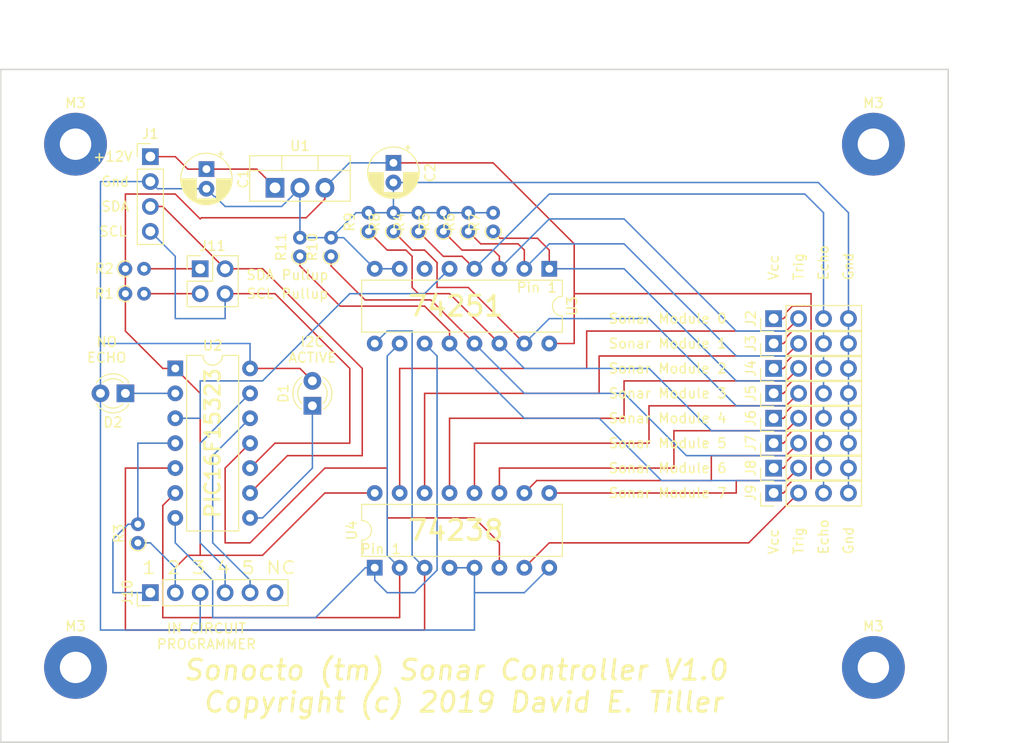
<source format=kicad_pcb>
(kicad_pcb (version 20171130) (host pcbnew "(5.1.0-0)")

  (general
    (thickness 1.6)
    (drawings 38)
    (tracks 337)
    (zones 0)
    (modules 34)
    (nets 36)
  )

  (page A4)
  (layers
    (0 Top signal)
    (31 Bottom signal)
    (34 B.Paste user)
    (35 F.Paste user)
    (36 B.SilkS user)
    (37 F.SilkS user)
    (38 B.Mask user)
    (39 F.Mask user)
    (40 Dwgs.User user)
    (41 Cmts.User user)
    (42 Eco1.User user)
    (43 Eco2.User user)
    (44 Edge.Cuts user)
    (45 Margin user)
    (46 B.CrtYd user)
    (47 F.CrtYd user)
  )

  (setup
    (last_trace_width 0.1524)
    (trace_clearance 0.1524)
    (zone_clearance 0.508)
    (zone_45_only no)
    (trace_min 0.1524)
    (via_size 0.508)
    (via_drill 0.254)
    (via_min_size 0.508)
    (via_min_drill 0.254)
    (uvia_size 0.508)
    (uvia_drill 0.254)
    (uvias_allowed no)
    (uvia_min_size 0.2)
    (uvia_min_drill 0.1)
    (edge_width 0.15)
    (segment_width 0.2)
    (pcb_text_width 0.3)
    (pcb_text_size 1.5 1.5)
    (mod_edge_width 0.15)
    (mod_text_size 1 1)
    (mod_text_width 0.15)
    (pad_size 1.524 1.524)
    (pad_drill 0.762)
    (pad_to_mask_clearance 0.0508)
    (aux_axis_origin 0 0)
    (grid_origin 91.44 124.46)
    (visible_elements FFFFFF7F)
    (pcbplotparams
      (layerselection 0x010f0_ffffffff)
      (usegerberextensions true)
      (usegerberattributes false)
      (usegerberadvancedattributes false)
      (creategerberjobfile false)
      (excludeedgelayer true)
      (linewidth 0.100000)
      (plotframeref false)
      (viasonmask false)
      (mode 1)
      (useauxorigin false)
      (hpglpennumber 1)
      (hpglpenspeed 20)
      (hpglpendiameter 15.000000)
      (psnegative false)
      (psa4output false)
      (plotreference true)
      (plotvalue true)
      (plotinvisibletext false)
      (padsonsilk false)
      (subtractmaskfromsilk false)
      (outputformat 1)
      (mirror false)
      (drillshape 0)
      (scaleselection 1)
      (outputdirectory "Gerber/"))
  )

  (net 0 "")
  (net 1 GND)
  (net 2 +12V)
  (net 3 +5V)
  (net 4 "Net-(D1-Pad1)")
  (net 5 "Net-(D2-Pad1)")
  (net 6 "Net-(J1-Pad4)")
  (net 7 "Net-(J1-Pad3)")
  (net 8 "Net-(J2-Pad3)")
  (net 9 "Net-(J2-Pad2)")
  (net 10 "Net-(J3-Pad3)")
  (net 11 "Net-(J3-Pad2)")
  (net 12 "Net-(J4-Pad3)")
  (net 13 "Net-(J4-Pad2)")
  (net 14 "Net-(J5-Pad3)")
  (net 15 "Net-(J5-Pad2)")
  (net 16 "Net-(J6-Pad3)")
  (net 17 "Net-(J6-Pad2)")
  (net 18 "Net-(J7-Pad3)")
  (net 19 "Net-(J7-Pad2)")
  (net 20 "Net-(J8-Pad3)")
  (net 21 "Net-(J8-Pad2)")
  (net 22 "Net-(J9-Pad3)")
  (net 23 "Net-(J9-Pad2)")
  (net 24 "Net-(J10-Pad6)")
  (net 25 "Net-(J10-Pad5)")
  (net 26 "Net-(J10-Pad4)")
  (net 27 "Net-(J10-Pad1)")
  (net 28 "Net-(U2-Pad7)")
  (net 29 "Net-(U2-Pad6)")
  (net 30 "Net-(U2-Pad5)")
  (net 31 "Net-(U2-Pad11)")
  (net 32 "Net-(U2-Pad3)")
  (net 33 "Net-(U3-Pad6)")
  (net 34 "Net-(J11-Pad3)")
  (net 35 "Net-(J11-Pad1)")

  (net_class Default "This is the default net class."
    (clearance 0.1524)
    (trace_width 0.1524)
    (via_dia 0.508)
    (via_drill 0.254)
    (uvia_dia 0.508)
    (uvia_drill 0.254)
    (diff_pair_width 0.1524)
    (diff_pair_gap 0.1524)
    (add_net +12V)
    (add_net +5V)
    (add_net GND)
    (add_net "Net-(D1-Pad1)")
    (add_net "Net-(D2-Pad1)")
    (add_net "Net-(J1-Pad3)")
    (add_net "Net-(J1-Pad4)")
    (add_net "Net-(J10-Pad1)")
    (add_net "Net-(J10-Pad4)")
    (add_net "Net-(J10-Pad5)")
    (add_net "Net-(J10-Pad6)")
    (add_net "Net-(J11-Pad1)")
    (add_net "Net-(J11-Pad3)")
    (add_net "Net-(J2-Pad2)")
    (add_net "Net-(J2-Pad3)")
    (add_net "Net-(J3-Pad2)")
    (add_net "Net-(J3-Pad3)")
    (add_net "Net-(J4-Pad2)")
    (add_net "Net-(J4-Pad3)")
    (add_net "Net-(J5-Pad2)")
    (add_net "Net-(J5-Pad3)")
    (add_net "Net-(J6-Pad2)")
    (add_net "Net-(J6-Pad3)")
    (add_net "Net-(J7-Pad2)")
    (add_net "Net-(J7-Pad3)")
    (add_net "Net-(J8-Pad2)")
    (add_net "Net-(J8-Pad3)")
    (add_net "Net-(J9-Pad2)")
    (add_net "Net-(J9-Pad3)")
    (add_net "Net-(U2-Pad11)")
    (add_net "Net-(U2-Pad3)")
    (add_net "Net-(U2-Pad5)")
    (add_net "Net-(U2-Pad6)")
    (add_net "Net-(U2-Pad7)")
    (add_net "Net-(U3-Pad6)")
  )

  (module MountingHole:MountingHole_3.2mm_M3_Pad (layer Top) (tedit 56D1B4CB) (tstamp 5CA87AA0)
    (at 180.34 116.84)
    (descr "Mounting Hole 3.2mm, M3")
    (tags "mounting hole 3.2mm m3")
    (attr virtual)
    (fp_text reference M3 (at 0 -4.2) (layer F.SilkS)
      (effects (font (size 1 1) (thickness 0.15)))
    )
    (fp_text value MountingHole_3.2mm_M3_Pad (at 0 4.2) (layer F.Fab)
      (effects (font (size 1 1) (thickness 0.15)))
    )
    (fp_circle (center 0 0) (end 3.45 0) (layer F.CrtYd) (width 0.05))
    (fp_circle (center 0 0) (end 3.2 0) (layer Cmts.User) (width 0.15))
    (fp_text user %R (at 0.3 0) (layer F.Fab)
      (effects (font (size 1 1) (thickness 0.15)))
    )
    (pad 1 thru_hole circle (at 0 0) (size 6.4 6.4) (drill 3.2) (layers *.Cu *.Mask))
  )

  (module MountingHole:MountingHole_3.2mm_M3_Pad (layer Top) (tedit 56D1B4CB) (tstamp 5CA87A7B)
    (at 99.06 116.84)
    (descr "Mounting Hole 3.2mm, M3")
    (tags "mounting hole 3.2mm m3")
    (attr virtual)
    (fp_text reference M3 (at 0 -4.2) (layer F.SilkS)
      (effects (font (size 1 1) (thickness 0.15)))
    )
    (fp_text value MountingHole_3.2mm_M3_Pad (at 0 4.2) (layer F.Fab)
      (effects (font (size 1 1) (thickness 0.15)))
    )
    (fp_circle (center 0 0) (end 3.45 0) (layer F.CrtYd) (width 0.05))
    (fp_circle (center 0 0) (end 3.2 0) (layer Cmts.User) (width 0.15))
    (fp_text user %R (at 0.3 0) (layer F.Fab)
      (effects (font (size 1 1) (thickness 0.15)))
    )
    (pad 1 thru_hole circle (at 0 0) (size 6.4 6.4) (drill 3.2) (layers *.Cu *.Mask))
  )

  (module MountingHole:MountingHole_3.2mm_M3_Pad (layer Top) (tedit 56D1B4CB) (tstamp 5CA87A39)
    (at 99.06 63.5)
    (descr "Mounting Hole 3.2mm, M3")
    (tags "mounting hole 3.2mm m3")
    (attr virtual)
    (fp_text reference M3 (at 0 -4.2) (layer F.SilkS)
      (effects (font (size 1 1) (thickness 0.15)))
    )
    (fp_text value MountingHole_3.2mm_M3_Pad (at 0 4.2) (layer F.Fab)
      (effects (font (size 1 1) (thickness 0.15)))
    )
    (fp_circle (center 0 0) (end 3.45 0) (layer F.CrtYd) (width 0.05))
    (fp_circle (center 0 0) (end 3.2 0) (layer Cmts.User) (width 0.15))
    (fp_text user %R (at 0.3 0) (layer F.Fab)
      (effects (font (size 1 1) (thickness 0.15)))
    )
    (pad 1 thru_hole circle (at 0 0) (size 6.4 6.4) (drill 3.2) (layers *.Cu *.Mask))
  )

  (module MountingHole:MountingHole_3.2mm_M3_Pad (layer Top) (tedit 56D1B4CB) (tstamp 5CA87A0C)
    (at 180.34 63.5)
    (descr "Mounting Hole 3.2mm, M3")
    (tags "mounting hole 3.2mm m3")
    (attr virtual)
    (fp_text reference M3 (at 0 -4.2) (layer F.SilkS)
      (effects (font (size 1 1) (thickness 0.15)))
    )
    (fp_text value MountingHole_3.2mm_M3_Pad (at 0 4.2) (layer F.Fab)
      (effects (font (size 1 1) (thickness 0.15)))
    )
    (fp_circle (center 0 0) (end 3.45 0) (layer F.CrtYd) (width 0.05))
    (fp_circle (center 0 0) (end 3.2 0) (layer Cmts.User) (width 0.15))
    (fp_text user %R (at 0.3 0) (layer F.Fab)
      (effects (font (size 1 1) (thickness 0.15)))
    )
    (pad 1 thru_hole circle (at 0 0) (size 6.4 6.4) (drill 3.2) (layers *.Cu *.Mask))
  )

  (module Connector_PinHeader_2.54mm:PinHeader_2x02_P2.54mm_Vertical (layer Top) (tedit 59FED5CC) (tstamp 5CA80F42)
    (at 111.76 76.2)
    (descr "Through hole straight pin header, 2x02, 2.54mm pitch, double rows")
    (tags "Through hole pin header THT 2x02 2.54mm double row")
    (path /5CAA9E90)
    (fp_text reference J11 (at 1.27 -2.33) (layer F.SilkS)
      (effects (font (size 1 1) (thickness 0.15)))
    )
    (fp_text value Conn_02x02_Odd_Even (at 1.27 4.87) (layer F.Fab)
      (effects (font (size 1 1) (thickness 0.15)))
    )
    (fp_text user %R (at 1.27 1.27 90) (layer F.Fab)
      (effects (font (size 1 1) (thickness 0.15)))
    )
    (fp_line (start 4.35 -1.8) (end -1.8 -1.8) (layer F.CrtYd) (width 0.05))
    (fp_line (start 4.35 4.35) (end 4.35 -1.8) (layer F.CrtYd) (width 0.05))
    (fp_line (start -1.8 4.35) (end 4.35 4.35) (layer F.CrtYd) (width 0.05))
    (fp_line (start -1.8 -1.8) (end -1.8 4.35) (layer F.CrtYd) (width 0.05))
    (fp_line (start -1.33 -1.33) (end 0 -1.33) (layer F.SilkS) (width 0.12))
    (fp_line (start -1.33 0) (end -1.33 -1.33) (layer F.SilkS) (width 0.12))
    (fp_line (start 1.27 -1.33) (end 3.87 -1.33) (layer F.SilkS) (width 0.12))
    (fp_line (start 1.27 1.27) (end 1.27 -1.33) (layer F.SilkS) (width 0.12))
    (fp_line (start -1.33 1.27) (end 1.27 1.27) (layer F.SilkS) (width 0.12))
    (fp_line (start 3.87 -1.33) (end 3.87 3.87) (layer F.SilkS) (width 0.12))
    (fp_line (start -1.33 1.27) (end -1.33 3.87) (layer F.SilkS) (width 0.12))
    (fp_line (start -1.33 3.87) (end 3.87 3.87) (layer F.SilkS) (width 0.12))
    (fp_line (start -1.27 0) (end 0 -1.27) (layer F.Fab) (width 0.1))
    (fp_line (start -1.27 3.81) (end -1.27 0) (layer F.Fab) (width 0.1))
    (fp_line (start 3.81 3.81) (end -1.27 3.81) (layer F.Fab) (width 0.1))
    (fp_line (start 3.81 -1.27) (end 3.81 3.81) (layer F.Fab) (width 0.1))
    (fp_line (start 0 -1.27) (end 3.81 -1.27) (layer F.Fab) (width 0.1))
    (pad 4 thru_hole oval (at 2.54 2.54) (size 1.7 1.7) (drill 1) (layers *.Cu *.Mask)
      (net 6 "Net-(J1-Pad4)"))
    (pad 3 thru_hole oval (at 0 2.54) (size 1.7 1.7) (drill 1) (layers *.Cu *.Mask)
      (net 34 "Net-(J11-Pad3)"))
    (pad 2 thru_hole oval (at 2.54 0) (size 1.7 1.7) (drill 1) (layers *.Cu *.Mask)
      (net 7 "Net-(J1-Pad3)"))
    (pad 1 thru_hole rect (at 0 0) (size 1.7 1.7) (drill 1) (layers *.Cu *.Mask)
      (net 35 "Net-(J11-Pad1)"))
    (model ${KISYS3DMOD}/Connector_PinHeader_2.54mm.3dshapes/PinHeader_2x02_P2.54mm_Vertical.wrl
      (at (xyz 0 0 0))
      (scale (xyz 1 1 1))
      (rotate (xyz 0 0 0))
    )
  )

  (module Resistor_THT:R_Axial_DIN0204_L3.6mm_D1.6mm_P1.90mm_Vertical (layer Top) (tedit 5AE5139B) (tstamp 5CA7F13C)
    (at 121.92 74.93 90)
    (descr "Resistor, Axial_DIN0204 series, Axial, Vertical, pin pitch=1.9mm, 0.167W, length*diameter=3.6*1.6mm^2, http://cdn-reichelt.de/documents/datenblatt/B400/1_4W%23YAG.pdf")
    (tags "Resistor Axial_DIN0204 series Axial Vertical pin pitch 1.9mm 0.167W length 3.6mm diameter 1.6mm")
    (path /5CB9E4E4)
    (fp_text reference R11 (at 0.95 -1.92 90) (layer F.SilkS)
      (effects (font (size 1 1) (thickness 0.15)))
    )
    (fp_text value 10k (at 0.95 1.92 90) (layer F.Fab)
      (effects (font (size 1 1) (thickness 0.15)))
    )
    (fp_text user %R (at 0.95 -1.92 90) (layer F.Fab)
      (effects (font (size 1 1) (thickness 0.15)))
    )
    (fp_line (start 2.86 -1.05) (end -1.05 -1.05) (layer F.CrtYd) (width 0.05))
    (fp_line (start 2.86 1.05) (end 2.86 -1.05) (layer F.CrtYd) (width 0.05))
    (fp_line (start -1.05 1.05) (end 2.86 1.05) (layer F.CrtYd) (width 0.05))
    (fp_line (start -1.05 -1.05) (end -1.05 1.05) (layer F.CrtYd) (width 0.05))
    (fp_line (start 0 0) (end 1.9 0) (layer F.Fab) (width 0.1))
    (fp_circle (center 0 0) (end 0.8 0) (layer F.Fab) (width 0.1))
    (fp_arc (start 0 0) (end 0.417133 -0.7) (angle -233.92106) (layer F.SilkS) (width 0.12))
    (pad 2 thru_hole oval (at 1.9 0 90) (size 1.4 1.4) (drill 0.7) (layers *.Cu *.Mask)
      (net 1 GND))
    (pad 1 thru_hole circle (at 0 0 90) (size 1.4 1.4) (drill 0.7) (layers *.Cu *.Mask)
      (net 22 "Net-(J9-Pad3)"))
    (model ${KISYS3DMOD}/Resistor_THT.3dshapes/R_Axial_DIN0204_L3.6mm_D1.6mm_P1.90mm_Vertical.wrl
      (at (xyz 0 0 0))
      (scale (xyz 1 1 1))
      (rotate (xyz 0 0 0))
    )
  )

  (module Resistor_THT:R_Axial_DIN0204_L3.6mm_D1.6mm_P1.90mm_Vertical (layer Top) (tedit 5AE5139B) (tstamp 5CA7F12E)
    (at 125.095 74.93 90)
    (descr "Resistor, Axial_DIN0204 series, Axial, Vertical, pin pitch=1.9mm, 0.167W, length*diameter=3.6*1.6mm^2, http://cdn-reichelt.de/documents/datenblatt/B400/1_4W%23YAG.pdf")
    (tags "Resistor Axial_DIN0204 series Axial Vertical pin pitch 1.9mm 0.167W length 3.6mm diameter 1.6mm")
    (path /5CB9299F)
    (fp_text reference R10 (at 0.95 -1.92 90) (layer F.SilkS)
      (effects (font (size 1 1) (thickness 0.15)))
    )
    (fp_text value 10k (at 0.95 1.92 90) (layer F.Fab)
      (effects (font (size 1 1) (thickness 0.15)))
    )
    (fp_text user %R (at 0.95 -1.92 90) (layer F.Fab)
      (effects (font (size 1 1) (thickness 0.15)))
    )
    (fp_line (start 2.86 -1.05) (end -1.05 -1.05) (layer F.CrtYd) (width 0.05))
    (fp_line (start 2.86 1.05) (end 2.86 -1.05) (layer F.CrtYd) (width 0.05))
    (fp_line (start -1.05 1.05) (end 2.86 1.05) (layer F.CrtYd) (width 0.05))
    (fp_line (start -1.05 -1.05) (end -1.05 1.05) (layer F.CrtYd) (width 0.05))
    (fp_line (start 0 0) (end 1.9 0) (layer F.Fab) (width 0.1))
    (fp_circle (center 0 0) (end 0.8 0) (layer F.Fab) (width 0.1))
    (fp_arc (start 0 0) (end 0.417133 -0.7) (angle -233.92106) (layer F.SilkS) (width 0.12))
    (pad 2 thru_hole oval (at 1.9 0 90) (size 1.4 1.4) (drill 0.7) (layers *.Cu *.Mask)
      (net 1 GND))
    (pad 1 thru_hole circle (at 0 0 90) (size 1.4 1.4) (drill 0.7) (layers *.Cu *.Mask)
      (net 20 "Net-(J8-Pad3)"))
    (model ${KISYS3DMOD}/Resistor_THT.3dshapes/R_Axial_DIN0204_L3.6mm_D1.6mm_P1.90mm_Vertical.wrl
      (at (xyz 0 0 0))
      (scale (xyz 1 1 1))
      (rotate (xyz 0 0 0))
    )
  )

  (module Resistor_THT:R_Axial_DIN0204_L3.6mm_D1.6mm_P1.90mm_Vertical (layer Top) (tedit 5AE5139B) (tstamp 5CA7F120)
    (at 128.905 72.39 90)
    (descr "Resistor, Axial_DIN0204 series, Axial, Vertical, pin pitch=1.9mm, 0.167W, length*diameter=3.6*1.6mm^2, http://cdn-reichelt.de/documents/datenblatt/B400/1_4W%23YAG.pdf")
    (tags "Resistor Axial_DIN0204 series Axial Vertical pin pitch 1.9mm 0.167W length 3.6mm diameter 1.6mm")
    (path /5CB91EE6)
    (fp_text reference R9 (at 0.95 -1.92 90) (layer F.SilkS)
      (effects (font (size 1 1) (thickness 0.15)))
    )
    (fp_text value 10k (at 0.95 1.92 90) (layer F.Fab)
      (effects (font (size 1 1) (thickness 0.15)))
    )
    (fp_text user %R (at 0.95 -1.92 90) (layer F.Fab)
      (effects (font (size 1 1) (thickness 0.15)))
    )
    (fp_line (start 2.86 -1.05) (end -1.05 -1.05) (layer F.CrtYd) (width 0.05))
    (fp_line (start 2.86 1.05) (end 2.86 -1.05) (layer F.CrtYd) (width 0.05))
    (fp_line (start -1.05 1.05) (end 2.86 1.05) (layer F.CrtYd) (width 0.05))
    (fp_line (start -1.05 -1.05) (end -1.05 1.05) (layer F.CrtYd) (width 0.05))
    (fp_line (start 0 0) (end 1.9 0) (layer F.Fab) (width 0.1))
    (fp_circle (center 0 0) (end 0.8 0) (layer F.Fab) (width 0.1))
    (fp_arc (start 0 0) (end 0.417133 -0.7) (angle -233.92106) (layer F.SilkS) (width 0.12))
    (pad 2 thru_hole oval (at 1.9 0 90) (size 1.4 1.4) (drill 0.7) (layers *.Cu *.Mask)
      (net 1 GND))
    (pad 1 thru_hole circle (at 0 0 90) (size 1.4 1.4) (drill 0.7) (layers *.Cu *.Mask)
      (net 18 "Net-(J7-Pad3)"))
    (model ${KISYS3DMOD}/Resistor_THT.3dshapes/R_Axial_DIN0204_L3.6mm_D1.6mm_P1.90mm_Vertical.wrl
      (at (xyz 0 0 0))
      (scale (xyz 1 1 1))
      (rotate (xyz 0 0 0))
    )
  )

  (module Resistor_THT:R_Axial_DIN0204_L3.6mm_D1.6mm_P1.90mm_Vertical (layer Top) (tedit 5AE5139B) (tstamp 5CA7F112)
    (at 131.445 72.39 90)
    (descr "Resistor, Axial_DIN0204 series, Axial, Vertical, pin pitch=1.9mm, 0.167W, length*diameter=3.6*1.6mm^2, http://cdn-reichelt.de/documents/datenblatt/B400/1_4W%23YAG.pdf")
    (tags "Resistor Axial_DIN0204 series Axial Vertical pin pitch 1.9mm 0.167W length 3.6mm diameter 1.6mm")
    (path /5CB9194E)
    (fp_text reference R8 (at 0.95 -1.92 90) (layer F.SilkS)
      (effects (font (size 1 1) (thickness 0.15)))
    )
    (fp_text value 10k (at 0.95 1.92 90) (layer F.Fab)
      (effects (font (size 1 1) (thickness 0.15)))
    )
    (fp_text user %R (at 0.95 -1.92 90) (layer F.Fab)
      (effects (font (size 1 1) (thickness 0.15)))
    )
    (fp_line (start 2.86 -1.05) (end -1.05 -1.05) (layer F.CrtYd) (width 0.05))
    (fp_line (start 2.86 1.05) (end 2.86 -1.05) (layer F.CrtYd) (width 0.05))
    (fp_line (start -1.05 1.05) (end 2.86 1.05) (layer F.CrtYd) (width 0.05))
    (fp_line (start -1.05 -1.05) (end -1.05 1.05) (layer F.CrtYd) (width 0.05))
    (fp_line (start 0 0) (end 1.9 0) (layer F.Fab) (width 0.1))
    (fp_circle (center 0 0) (end 0.8 0) (layer F.Fab) (width 0.1))
    (fp_arc (start 0 0) (end 0.417133 -0.7) (angle -233.92106) (layer F.SilkS) (width 0.12))
    (pad 2 thru_hole oval (at 1.9 0 90) (size 1.4 1.4) (drill 0.7) (layers *.Cu *.Mask)
      (net 1 GND))
    (pad 1 thru_hole circle (at 0 0 90) (size 1.4 1.4) (drill 0.7) (layers *.Cu *.Mask)
      (net 16 "Net-(J6-Pad3)"))
    (model ${KISYS3DMOD}/Resistor_THT.3dshapes/R_Axial_DIN0204_L3.6mm_D1.6mm_P1.90mm_Vertical.wrl
      (at (xyz 0 0 0))
      (scale (xyz 1 1 1))
      (rotate (xyz 0 0 0))
    )
  )

  (module Resistor_THT:R_Axial_DIN0204_L3.6mm_D1.6mm_P1.90mm_Vertical (layer Top) (tedit 5AE5139B) (tstamp 5CA7F104)
    (at 141.605 72.39 90)
    (descr "Resistor, Axial_DIN0204 series, Axial, Vertical, pin pitch=1.9mm, 0.167W, length*diameter=3.6*1.6mm^2, http://cdn-reichelt.de/documents/datenblatt/B400/1_4W%23YAG.pdf")
    (tags "Resistor Axial_DIN0204 series Axial Vertical pin pitch 1.9mm 0.167W length 3.6mm diameter 1.6mm")
    (path /5CB38471)
    (fp_text reference R7 (at 0.95 -1.92 90) (layer F.SilkS)
      (effects (font (size 1 1) (thickness 0.15)))
    )
    (fp_text value 10k (at 0.95 1.92 90) (layer F.Fab)
      (effects (font (size 1 1) (thickness 0.15)))
    )
    (fp_text user %R (at 0.95 -1.92 90) (layer F.Fab)
      (effects (font (size 1 1) (thickness 0.15)))
    )
    (fp_line (start 2.86 -1.05) (end -1.05 -1.05) (layer F.CrtYd) (width 0.05))
    (fp_line (start 2.86 1.05) (end 2.86 -1.05) (layer F.CrtYd) (width 0.05))
    (fp_line (start -1.05 1.05) (end 2.86 1.05) (layer F.CrtYd) (width 0.05))
    (fp_line (start -1.05 -1.05) (end -1.05 1.05) (layer F.CrtYd) (width 0.05))
    (fp_line (start 0 0) (end 1.9 0) (layer F.Fab) (width 0.1))
    (fp_circle (center 0 0) (end 0.8 0) (layer F.Fab) (width 0.1))
    (fp_arc (start 0 0) (end 0.417133 -0.7) (angle -233.92106) (layer F.SilkS) (width 0.12))
    (pad 2 thru_hole oval (at 1.9 0 90) (size 1.4 1.4) (drill 0.7) (layers *.Cu *.Mask)
      (net 1 GND))
    (pad 1 thru_hole circle (at 0 0 90) (size 1.4 1.4) (drill 0.7) (layers *.Cu *.Mask)
      (net 14 "Net-(J5-Pad3)"))
    (model ${KISYS3DMOD}/Resistor_THT.3dshapes/R_Axial_DIN0204_L3.6mm_D1.6mm_P1.90mm_Vertical.wrl
      (at (xyz 0 0 0))
      (scale (xyz 1 1 1))
      (rotate (xyz 0 0 0))
    )
  )

  (module Resistor_THT:R_Axial_DIN0204_L3.6mm_D1.6mm_P1.90mm_Vertical (layer Top) (tedit 5AE5139B) (tstamp 5CA7F0F6)
    (at 139.065 72.39 90)
    (descr "Resistor, Axial_DIN0204 series, Axial, Vertical, pin pitch=1.9mm, 0.167W, length*diameter=3.6*1.6mm^2, http://cdn-reichelt.de/documents/datenblatt/B400/1_4W%23YAG.pdf")
    (tags "Resistor Axial_DIN0204 series Axial Vertical pin pitch 1.9mm 0.167W length 3.6mm diameter 1.6mm")
    (path /5CB37BF9)
    (fp_text reference R6 (at 0.95 -1.92 90) (layer F.SilkS)
      (effects (font (size 1 1) (thickness 0.15)))
    )
    (fp_text value 10k (at 0.95 1.92 90) (layer F.Fab)
      (effects (font (size 1 1) (thickness 0.15)))
    )
    (fp_text user %R (at 0.95 -1.92 90) (layer F.Fab)
      (effects (font (size 1 1) (thickness 0.15)))
    )
    (fp_line (start 2.86 -1.05) (end -1.05 -1.05) (layer F.CrtYd) (width 0.05))
    (fp_line (start 2.86 1.05) (end 2.86 -1.05) (layer F.CrtYd) (width 0.05))
    (fp_line (start -1.05 1.05) (end 2.86 1.05) (layer F.CrtYd) (width 0.05))
    (fp_line (start -1.05 -1.05) (end -1.05 1.05) (layer F.CrtYd) (width 0.05))
    (fp_line (start 0 0) (end 1.9 0) (layer F.Fab) (width 0.1))
    (fp_circle (center 0 0) (end 0.8 0) (layer F.Fab) (width 0.1))
    (fp_arc (start 0 0) (end 0.417133 -0.7) (angle -233.92106) (layer F.SilkS) (width 0.12))
    (pad 2 thru_hole oval (at 1.9 0 90) (size 1.4 1.4) (drill 0.7) (layers *.Cu *.Mask)
      (net 1 GND))
    (pad 1 thru_hole circle (at 0 0 90) (size 1.4 1.4) (drill 0.7) (layers *.Cu *.Mask)
      (net 12 "Net-(J4-Pad3)"))
    (model ${KISYS3DMOD}/Resistor_THT.3dshapes/R_Axial_DIN0204_L3.6mm_D1.6mm_P1.90mm_Vertical.wrl
      (at (xyz 0 0 0))
      (scale (xyz 1 1 1))
      (rotate (xyz 0 0 0))
    )
  )

  (module Resistor_THT:R_Axial_DIN0204_L3.6mm_D1.6mm_P1.90mm_Vertical (layer Top) (tedit 5AE5139B) (tstamp 5CA7F0E8)
    (at 136.525 72.385 90)
    (descr "Resistor, Axial_DIN0204 series, Axial, Vertical, pin pitch=1.9mm, 0.167W, length*diameter=3.6*1.6mm^2, http://cdn-reichelt.de/documents/datenblatt/B400/1_4W%23YAG.pdf")
    (tags "Resistor Axial_DIN0204 series Axial Vertical pin pitch 1.9mm 0.167W length 3.6mm diameter 1.6mm")
    (path /5CB370DB)
    (fp_text reference R5 (at 0.95 -1.92 90) (layer F.SilkS)
      (effects (font (size 1 1) (thickness 0.15)))
    )
    (fp_text value 10k (at 0.95 1.92 90) (layer F.Fab)
      (effects (font (size 1 1) (thickness 0.15)))
    )
    (fp_text user %R (at 0.95 -1.92 90) (layer F.Fab)
      (effects (font (size 1 1) (thickness 0.15)))
    )
    (fp_line (start 2.86 -1.05) (end -1.05 -1.05) (layer F.CrtYd) (width 0.05))
    (fp_line (start 2.86 1.05) (end 2.86 -1.05) (layer F.CrtYd) (width 0.05))
    (fp_line (start -1.05 1.05) (end 2.86 1.05) (layer F.CrtYd) (width 0.05))
    (fp_line (start -1.05 -1.05) (end -1.05 1.05) (layer F.CrtYd) (width 0.05))
    (fp_line (start 0 0) (end 1.9 0) (layer F.Fab) (width 0.1))
    (fp_circle (center 0 0) (end 0.8 0) (layer F.Fab) (width 0.1))
    (fp_arc (start 0 0) (end 0.417133 -0.7) (angle -233.92106) (layer F.SilkS) (width 0.12))
    (pad 2 thru_hole oval (at 1.9 0 90) (size 1.4 1.4) (drill 0.7) (layers *.Cu *.Mask)
      (net 1 GND))
    (pad 1 thru_hole circle (at 0 0 90) (size 1.4 1.4) (drill 0.7) (layers *.Cu *.Mask)
      (net 10 "Net-(J3-Pad3)"))
    (model ${KISYS3DMOD}/Resistor_THT.3dshapes/R_Axial_DIN0204_L3.6mm_D1.6mm_P1.90mm_Vertical.wrl
      (at (xyz 0 0 0))
      (scale (xyz 1 1 1))
      (rotate (xyz 0 0 0))
    )
  )

  (module Resistor_THT:R_Axial_DIN0204_L3.6mm_D1.6mm_P1.90mm_Vertical (layer Top) (tedit 5AE5139B) (tstamp 5CA7F0DA)
    (at 133.985 72.39 90)
    (descr "Resistor, Axial_DIN0204 series, Axial, Vertical, pin pitch=1.9mm, 0.167W, length*diameter=3.6*1.6mm^2, http://cdn-reichelt.de/documents/datenblatt/B400/1_4W%23YAG.pdf")
    (tags "Resistor Axial_DIN0204 series Axial Vertical pin pitch 1.9mm 0.167W length 3.6mm diameter 1.6mm")
    (path /5CB36306)
    (fp_text reference R4 (at 0.95 -1.92 90) (layer F.SilkS)
      (effects (font (size 1 1) (thickness 0.15)))
    )
    (fp_text value 10k (at 0.95 1.92 90) (layer F.Fab)
      (effects (font (size 1 1) (thickness 0.15)))
    )
    (fp_text user %R (at 0.95 -1.92 90) (layer F.Fab)
      (effects (font (size 1 1) (thickness 0.15)))
    )
    (fp_line (start 2.86 -1.05) (end -1.05 -1.05) (layer F.CrtYd) (width 0.05))
    (fp_line (start 2.86 1.05) (end 2.86 -1.05) (layer F.CrtYd) (width 0.05))
    (fp_line (start -1.05 1.05) (end 2.86 1.05) (layer F.CrtYd) (width 0.05))
    (fp_line (start -1.05 -1.05) (end -1.05 1.05) (layer F.CrtYd) (width 0.05))
    (fp_line (start 0 0) (end 1.9 0) (layer F.Fab) (width 0.1))
    (fp_circle (center 0 0) (end 0.8 0) (layer F.Fab) (width 0.1))
    (fp_arc (start 0 0) (end 0.417133 -0.7) (angle -233.92106) (layer F.SilkS) (width 0.12))
    (pad 2 thru_hole oval (at 1.9 0 90) (size 1.4 1.4) (drill 0.7) (layers *.Cu *.Mask)
      (net 1 GND))
    (pad 1 thru_hole circle (at 0 0 90) (size 1.4 1.4) (drill 0.7) (layers *.Cu *.Mask)
      (net 8 "Net-(J2-Pad3)"))
    (model ${KISYS3DMOD}/Resistor_THT.3dshapes/R_Axial_DIN0204_L3.6mm_D1.6mm_P1.90mm_Vertical.wrl
      (at (xyz 0 0 0))
      (scale (xyz 1 1 1))
      (rotate (xyz 0 0 0))
    )
  )

  (module Resistor_THT:R_Axial_DIN0204_L3.6mm_D1.6mm_P1.90mm_Vertical (layer Top) (tedit 5AE5139B) (tstamp 5CA7C2C7)
    (at 105.41 104.14 90)
    (descr "Resistor, Axial_DIN0204 series, Axial, Vertical, pin pitch=1.9mm, 0.167W, length*diameter=3.6*1.6mm^2, http://cdn-reichelt.de/documents/datenblatt/B400/1_4W%23YAG.pdf")
    (tags "Resistor Axial_DIN0204 series Axial Vertical pin pitch 1.9mm 0.167W length 3.6mm diameter 1.6mm")
    (path /5CA8511D)
    (fp_text reference R3 (at 0.95 -1.92 90) (layer F.SilkS)
      (effects (font (size 1 1) (thickness 0.15)))
    )
    (fp_text value 10k (at 0.95 1.92 90) (layer F.Fab)
      (effects (font (size 1 1) (thickness 0.15)))
    )
    (fp_text user %R (at 0.95 -1.92 90) (layer F.Fab)
      (effects (font (size 1 1) (thickness 0.15)))
    )
    (fp_line (start 2.86 -1.05) (end -1.05 -1.05) (layer F.CrtYd) (width 0.05))
    (fp_line (start 2.86 1.05) (end 2.86 -1.05) (layer F.CrtYd) (width 0.05))
    (fp_line (start -1.05 1.05) (end 2.86 1.05) (layer F.CrtYd) (width 0.05))
    (fp_line (start -1.05 -1.05) (end -1.05 1.05) (layer F.CrtYd) (width 0.05))
    (fp_line (start 0 0) (end 1.9 0) (layer F.Fab) (width 0.1))
    (fp_circle (center 0 0) (end 0.8 0) (layer F.Fab) (width 0.1))
    (fp_arc (start 0 0) (end 0.417133 -0.7) (angle -233.92106) (layer F.SilkS) (width 0.12))
    (pad 2 thru_hole oval (at 1.9 0 90) (size 1.4 1.4) (drill 0.7) (layers *.Cu *.Mask)
      (net 27 "Net-(J10-Pad1)"))
    (pad 1 thru_hole circle (at 0 0 90) (size 1.4 1.4) (drill 0.7) (layers *.Cu *.Mask)
      (net 3 +5V))
    (model ${KISYS3DMOD}/Resistor_THT.3dshapes/R_Axial_DIN0204_L3.6mm_D1.6mm_P1.90mm_Vertical.wrl
      (at (xyz 0 0 0))
      (scale (xyz 1 1 1))
      (rotate (xyz 0 0 0))
    )
  )

  (module Resistor_THT:R_Axial_DIN0204_L3.6mm_D1.6mm_P1.90mm_Vertical (layer Top) (tedit 5AE5139B) (tstamp 5CA7C2B9)
    (at 104.14 76.2)
    (descr "Resistor, Axial_DIN0204 series, Axial, Vertical, pin pitch=1.9mm, 0.167W, length*diameter=3.6*1.6mm^2, http://cdn-reichelt.de/documents/datenblatt/B400/1_4W%23YAG.pdf")
    (tags "Resistor Axial_DIN0204 series Axial Vertical pin pitch 1.9mm 0.167W length 3.6mm diameter 1.6mm")
    (path /5CA9B12A)
    (fp_text reference R2 (at -2.159 0) (layer F.SilkS)
      (effects (font (size 1 1) (thickness 0.15)))
    )
    (fp_text value 4.7k (at 0.95 1.92) (layer F.Fab)
      (effects (font (size 1 1) (thickness 0.15)))
    )
    (fp_text user %R (at 0.95 -1.92) (layer F.Fab)
      (effects (font (size 1 1) (thickness 0.15)))
    )
    (fp_line (start 2.86 -1.05) (end -1.05 -1.05) (layer F.CrtYd) (width 0.05))
    (fp_line (start 2.86 1.05) (end 2.86 -1.05) (layer F.CrtYd) (width 0.05))
    (fp_line (start -1.05 1.05) (end 2.86 1.05) (layer F.CrtYd) (width 0.05))
    (fp_line (start -1.05 -1.05) (end -1.05 1.05) (layer F.CrtYd) (width 0.05))
    (fp_line (start 0 0) (end 1.9 0) (layer F.Fab) (width 0.1))
    (fp_circle (center 0 0) (end 0.8 0) (layer F.Fab) (width 0.1))
    (fp_arc (start 0 0) (end 0.417133 -0.7) (angle -233.92106) (layer F.SilkS) (width 0.12))
    (pad 2 thru_hole oval (at 1.9 0) (size 1.4 1.4) (drill 0.7) (layers *.Cu *.Mask)
      (net 35 "Net-(J11-Pad1)"))
    (pad 1 thru_hole circle (at 0 0) (size 1.4 1.4) (drill 0.7) (layers *.Cu *.Mask)
      (net 3 +5V))
    (model ${KISYS3DMOD}/Resistor_THT.3dshapes/R_Axial_DIN0204_L3.6mm_D1.6mm_P1.90mm_Vertical.wrl
      (at (xyz 0 0 0))
      (scale (xyz 1 1 1))
      (rotate (xyz 0 0 0))
    )
  )

  (module Resistor_THT:R_Axial_DIN0204_L3.6mm_D1.6mm_P1.90mm_Vertical (layer Top) (tedit 5AE5139B) (tstamp 5CA7C2AB)
    (at 104.14 78.74)
    (descr "Resistor, Axial_DIN0204 series, Axial, Vertical, pin pitch=1.9mm, 0.167W, length*diameter=3.6*1.6mm^2, http://cdn-reichelt.de/documents/datenblatt/B400/1_4W%23YAG.pdf")
    (tags "Resistor Axial_DIN0204 series Axial Vertical pin pitch 1.9mm 0.167W length 3.6mm diameter 1.6mm")
    (path /5CA9A3D3)
    (fp_text reference R1 (at -2.159 0) (layer F.SilkS)
      (effects (font (size 1 1) (thickness 0.15)))
    )
    (fp_text value 4.7k (at 0.95 1.92) (layer F.Fab)
      (effects (font (size 1 1) (thickness 0.15)))
    )
    (fp_text user %R (at 0.95 -1.92) (layer F.Fab)
      (effects (font (size 1 1) (thickness 0.15)))
    )
    (fp_line (start 2.86 -1.05) (end -1.05 -1.05) (layer F.CrtYd) (width 0.05))
    (fp_line (start 2.86 1.05) (end 2.86 -1.05) (layer F.CrtYd) (width 0.05))
    (fp_line (start -1.05 1.05) (end 2.86 1.05) (layer F.CrtYd) (width 0.05))
    (fp_line (start -1.05 -1.05) (end -1.05 1.05) (layer F.CrtYd) (width 0.05))
    (fp_line (start 0 0) (end 1.9 0) (layer F.Fab) (width 0.1))
    (fp_circle (center 0 0) (end 0.8 0) (layer F.Fab) (width 0.1))
    (fp_arc (start 0 0) (end 0.417133 -0.7) (angle -233.92106) (layer F.SilkS) (width 0.12))
    (pad 2 thru_hole oval (at 1.9 0) (size 1.4 1.4) (drill 0.7) (layers *.Cu *.Mask)
      (net 34 "Net-(J11-Pad3)"))
    (pad 1 thru_hole circle (at 0 0) (size 1.4 1.4) (drill 0.7) (layers *.Cu *.Mask)
      (net 3 +5V))
    (model ${KISYS3DMOD}/Resistor_THT.3dshapes/R_Axial_DIN0204_L3.6mm_D1.6mm_P1.90mm_Vertical.wrl
      (at (xyz 0 0 0))
      (scale (xyz 1 1 1))
      (rotate (xyz 0 0 0))
    )
  )

  (module Package_DIP:DIP-16_W7.62mm (layer Top) (tedit 5A02E8C5) (tstamp 5C981F4C)
    (at 129.54 106.68 90)
    (descr "16-lead though-hole mounted DIP package, row spacing 7.62 mm (300 mils)")
    (tags "THT DIP DIL PDIP 2.54mm 7.62mm 300mil")
    (path /5C9A824C)
    (fp_text reference U4 (at 3.81 -2.33 90) (layer F.SilkS)
      (effects (font (size 1 1) (thickness 0.15)))
    )
    (fp_text value 74HC238 (at 3.81 20.11 90) (layer F.Fab)
      (effects (font (size 1 1) (thickness 0.15)))
    )
    (fp_text user %R (at 3.81 8.89 90) (layer F.Fab)
      (effects (font (size 1 1) (thickness 0.15)))
    )
    (fp_line (start 8.7 -1.55) (end -1.1 -1.55) (layer F.CrtYd) (width 0.05))
    (fp_line (start 8.7 19.3) (end 8.7 -1.55) (layer F.CrtYd) (width 0.05))
    (fp_line (start -1.1 19.3) (end 8.7 19.3) (layer F.CrtYd) (width 0.05))
    (fp_line (start -1.1 -1.55) (end -1.1 19.3) (layer F.CrtYd) (width 0.05))
    (fp_line (start 6.46 -1.33) (end 4.81 -1.33) (layer F.SilkS) (width 0.12))
    (fp_line (start 6.46 19.11) (end 6.46 -1.33) (layer F.SilkS) (width 0.12))
    (fp_line (start 1.16 19.11) (end 6.46 19.11) (layer F.SilkS) (width 0.12))
    (fp_line (start 1.16 -1.33) (end 1.16 19.11) (layer F.SilkS) (width 0.12))
    (fp_line (start 2.81 -1.33) (end 1.16 -1.33) (layer F.SilkS) (width 0.12))
    (fp_line (start 0.635 -0.27) (end 1.635 -1.27) (layer F.Fab) (width 0.1))
    (fp_line (start 0.635 19.05) (end 0.635 -0.27) (layer F.Fab) (width 0.1))
    (fp_line (start 6.985 19.05) (end 0.635 19.05) (layer F.Fab) (width 0.1))
    (fp_line (start 6.985 -1.27) (end 6.985 19.05) (layer F.Fab) (width 0.1))
    (fp_line (start 1.635 -1.27) (end 6.985 -1.27) (layer F.Fab) (width 0.1))
    (fp_arc (start 3.81 -1.33) (end 2.81 -1.33) (angle -180) (layer F.SilkS) (width 0.12))
    (pad 16 thru_hole oval (at 7.62 0 90) (size 1.6 1.6) (drill 0.8) (layers *.Cu *.Mask)
      (net 3 +5V))
    (pad 8 thru_hole oval (at 0 17.78 90) (size 1.6 1.6) (drill 0.8) (layers *.Cu *.Mask)
      (net 1 GND))
    (pad 15 thru_hole oval (at 7.62 2.54 90) (size 1.6 1.6) (drill 0.8) (layers *.Cu *.Mask)
      (net 9 "Net-(J2-Pad2)"))
    (pad 7 thru_hole oval (at 0 15.24 90) (size 1.6 1.6) (drill 0.8) (layers *.Cu *.Mask)
      (net 23 "Net-(J9-Pad2)"))
    (pad 14 thru_hole oval (at 7.62 5.08 90) (size 1.6 1.6) (drill 0.8) (layers *.Cu *.Mask)
      (net 11 "Net-(J3-Pad2)"))
    (pad 6 thru_hole oval (at 0 12.7 90) (size 1.6 1.6) (drill 0.8) (layers *.Cu *.Mask)
      (net 31 "Net-(U2-Pad11)"))
    (pad 13 thru_hole oval (at 7.62 7.62 90) (size 1.6 1.6) (drill 0.8) (layers *.Cu *.Mask)
      (net 13 "Net-(J4-Pad2)"))
    (pad 5 thru_hole oval (at 0 10.16 90) (size 1.6 1.6) (drill 0.8) (layers *.Cu *.Mask)
      (net 1 GND))
    (pad 12 thru_hole oval (at 7.62 10.16 90) (size 1.6 1.6) (drill 0.8) (layers *.Cu *.Mask)
      (net 15 "Net-(J5-Pad2)"))
    (pad 4 thru_hole oval (at 0 7.62 90) (size 1.6 1.6) (drill 0.8) (layers *.Cu *.Mask)
      (net 1 GND))
    (pad 11 thru_hole oval (at 7.62 12.7 90) (size 1.6 1.6) (drill 0.8) (layers *.Cu *.Mask)
      (net 17 "Net-(J6-Pad2)"))
    (pad 3 thru_hole oval (at 0 5.08 90) (size 1.6 1.6) (drill 0.8) (layers *.Cu *.Mask)
      (net 30 "Net-(U2-Pad5)"))
    (pad 10 thru_hole oval (at 7.62 15.24 90) (size 1.6 1.6) (drill 0.8) (layers *.Cu *.Mask)
      (net 19 "Net-(J7-Pad2)"))
    (pad 2 thru_hole oval (at 0 2.54 90) (size 1.6 1.6) (drill 0.8) (layers *.Cu *.Mask)
      (net 29 "Net-(U2-Pad6)"))
    (pad 9 thru_hole oval (at 7.62 17.78 90) (size 1.6 1.6) (drill 0.8) (layers *.Cu *.Mask)
      (net 21 "Net-(J8-Pad2)"))
    (pad 1 thru_hole rect (at 0 0 90) (size 1.6 1.6) (drill 0.8) (layers *.Cu *.Mask)
      (net 28 "Net-(U2-Pad7)"))
    (model ${KISYS3DMOD}/Package_DIP.3dshapes/DIP-16_W7.62mm.wrl
      (at (xyz 0 0 0))
      (scale (xyz 1 1 1))
      (rotate (xyz 0 0 0))
    )
  )

  (module Package_DIP:DIP-16_W7.62mm (layer Top) (tedit 5A02E8C5) (tstamp 5C981F28)
    (at 147.32 76.2 270)
    (descr "16-lead though-hole mounted DIP package, row spacing 7.62 mm (300 mils)")
    (tags "THT DIP DIL PDIP 2.54mm 7.62mm 300mil")
    (path /5C977B06)
    (fp_text reference U3 (at 3.81 -2.33 270) (layer F.SilkS)
      (effects (font (size 1 1) (thickness 0.15)))
    )
    (fp_text value 74LS251 (at 3.81 20.11 270) (layer F.Fab)
      (effects (font (size 1 1) (thickness 0.15)))
    )
    (fp_text user %R (at 3.81 8.89 270) (layer F.Fab)
      (effects (font (size 1 1) (thickness 0.15)))
    )
    (fp_line (start 8.7 -1.55) (end -1.1 -1.55) (layer F.CrtYd) (width 0.05))
    (fp_line (start 8.7 19.3) (end 8.7 -1.55) (layer F.CrtYd) (width 0.05))
    (fp_line (start -1.1 19.3) (end 8.7 19.3) (layer F.CrtYd) (width 0.05))
    (fp_line (start -1.1 -1.55) (end -1.1 19.3) (layer F.CrtYd) (width 0.05))
    (fp_line (start 6.46 -1.33) (end 4.81 -1.33) (layer F.SilkS) (width 0.12))
    (fp_line (start 6.46 19.11) (end 6.46 -1.33) (layer F.SilkS) (width 0.12))
    (fp_line (start 1.16 19.11) (end 6.46 19.11) (layer F.SilkS) (width 0.12))
    (fp_line (start 1.16 -1.33) (end 1.16 19.11) (layer F.SilkS) (width 0.12))
    (fp_line (start 2.81 -1.33) (end 1.16 -1.33) (layer F.SilkS) (width 0.12))
    (fp_line (start 0.635 -0.27) (end 1.635 -1.27) (layer F.Fab) (width 0.1))
    (fp_line (start 0.635 19.05) (end 0.635 -0.27) (layer F.Fab) (width 0.1))
    (fp_line (start 6.985 19.05) (end 0.635 19.05) (layer F.Fab) (width 0.1))
    (fp_line (start 6.985 -1.27) (end 6.985 19.05) (layer F.Fab) (width 0.1))
    (fp_line (start 1.635 -1.27) (end 6.985 -1.27) (layer F.Fab) (width 0.1))
    (fp_arc (start 3.81 -1.33) (end 2.81 -1.33) (angle -180) (layer F.SilkS) (width 0.12))
    (pad 16 thru_hole oval (at 7.62 0 270) (size 1.6 1.6) (drill 0.8) (layers *.Cu *.Mask)
      (net 3 +5V))
    (pad 8 thru_hole oval (at 0 17.78 270) (size 1.6 1.6) (drill 0.8) (layers *.Cu *.Mask)
      (net 1 GND))
    (pad 15 thru_hole oval (at 7.62 2.54 270) (size 1.6 1.6) (drill 0.8) (layers *.Cu *.Mask)
      (net 16 "Net-(J6-Pad3)"))
    (pad 7 thru_hole oval (at 0 15.24 270) (size 1.6 1.6) (drill 0.8) (layers *.Cu *.Mask)
      (net 1 GND))
    (pad 14 thru_hole oval (at 7.62 5.08 270) (size 1.6 1.6) (drill 0.8) (layers *.Cu *.Mask)
      (net 18 "Net-(J7-Pad3)"))
    (pad 6 thru_hole oval (at 0 12.7 270) (size 1.6 1.6) (drill 0.8) (layers *.Cu *.Mask)
      (net 33 "Net-(U3-Pad6)"))
    (pad 13 thru_hole oval (at 7.62 7.62 270) (size 1.6 1.6) (drill 0.8) (layers *.Cu *.Mask)
      (net 20 "Net-(J8-Pad3)"))
    (pad 5 thru_hole oval (at 0 10.16 270) (size 1.6 1.6) (drill 0.8) (layers *.Cu *.Mask)
      (net 32 "Net-(U2-Pad3)"))
    (pad 12 thru_hole oval (at 7.62 10.16 270) (size 1.6 1.6) (drill 0.8) (layers *.Cu *.Mask)
      (net 22 "Net-(J9-Pad3)"))
    (pad 4 thru_hole oval (at 0 7.62 270) (size 1.6 1.6) (drill 0.8) (layers *.Cu *.Mask)
      (net 8 "Net-(J2-Pad3)"))
    (pad 11 thru_hole oval (at 7.62 12.7 270) (size 1.6 1.6) (drill 0.8) (layers *.Cu *.Mask)
      (net 28 "Net-(U2-Pad7)"))
    (pad 3 thru_hole oval (at 0 5.08 270) (size 1.6 1.6) (drill 0.8) (layers *.Cu *.Mask)
      (net 10 "Net-(J3-Pad3)"))
    (pad 10 thru_hole oval (at 7.62 15.24 270) (size 1.6 1.6) (drill 0.8) (layers *.Cu *.Mask)
      (net 29 "Net-(U2-Pad6)"))
    (pad 2 thru_hole oval (at 0 2.54 270) (size 1.6 1.6) (drill 0.8) (layers *.Cu *.Mask)
      (net 12 "Net-(J4-Pad3)"))
    (pad 9 thru_hole oval (at 7.62 17.78 270) (size 1.6 1.6) (drill 0.8) (layers *.Cu *.Mask)
      (net 30 "Net-(U2-Pad5)"))
    (pad 1 thru_hole rect (at 0 0 270) (size 1.6 1.6) (drill 0.8) (layers *.Cu *.Mask)
      (net 14 "Net-(J5-Pad3)"))
    (model ${KISYS3DMOD}/Package_DIP.3dshapes/DIP-16_W7.62mm.wrl
      (at (xyz 0 0 0))
      (scale (xyz 1 1 1))
      (rotate (xyz 0 0 0))
    )
  )

  (module Package_DIP:DIP-14_W7.62mm (layer Top) (tedit 5A02E8C5) (tstamp 5C981F04)
    (at 109.22 86.36)
    (descr "14-lead though-hole mounted DIP package, row spacing 7.62 mm (300 mils)")
    (tags "THT DIP DIL PDIP 2.54mm 7.62mm 300mil")
    (path /5C9F2E83)
    (fp_text reference U2 (at 3.81 -2.33) (layer F.SilkS)
      (effects (font (size 1 1) (thickness 0.15)))
    )
    (fp_text value PIC16F15323-IP (at 3.81 17.57) (layer F.Fab)
      (effects (font (size 1 1) (thickness 0.15)))
    )
    (fp_text user %R (at 3.81 7.62) (layer F.Fab)
      (effects (font (size 1 1) (thickness 0.15)))
    )
    (fp_line (start 8.7 -1.55) (end -1.1 -1.55) (layer F.CrtYd) (width 0.05))
    (fp_line (start 8.7 16.8) (end 8.7 -1.55) (layer F.CrtYd) (width 0.05))
    (fp_line (start -1.1 16.8) (end 8.7 16.8) (layer F.CrtYd) (width 0.05))
    (fp_line (start -1.1 -1.55) (end -1.1 16.8) (layer F.CrtYd) (width 0.05))
    (fp_line (start 6.46 -1.33) (end 4.81 -1.33) (layer F.SilkS) (width 0.12))
    (fp_line (start 6.46 16.57) (end 6.46 -1.33) (layer F.SilkS) (width 0.12))
    (fp_line (start 1.16 16.57) (end 6.46 16.57) (layer F.SilkS) (width 0.12))
    (fp_line (start 1.16 -1.33) (end 1.16 16.57) (layer F.SilkS) (width 0.12))
    (fp_line (start 2.81 -1.33) (end 1.16 -1.33) (layer F.SilkS) (width 0.12))
    (fp_line (start 0.635 -0.27) (end 1.635 -1.27) (layer F.Fab) (width 0.1))
    (fp_line (start 0.635 16.51) (end 0.635 -0.27) (layer F.Fab) (width 0.1))
    (fp_line (start 6.985 16.51) (end 0.635 16.51) (layer F.Fab) (width 0.1))
    (fp_line (start 6.985 -1.27) (end 6.985 16.51) (layer F.Fab) (width 0.1))
    (fp_line (start 1.635 -1.27) (end 6.985 -1.27) (layer F.Fab) (width 0.1))
    (fp_arc (start 3.81 -1.33) (end 2.81 -1.33) (angle -180) (layer F.SilkS) (width 0.12))
    (pad 14 thru_hole oval (at 7.62 0) (size 1.6 1.6) (drill 0.8) (layers *.Cu *.Mask)
      (net 1 GND))
    (pad 7 thru_hole oval (at 0 15.24) (size 1.6 1.6) (drill 0.8) (layers *.Cu *.Mask)
      (net 28 "Net-(U2-Pad7)"))
    (pad 13 thru_hole oval (at 7.62 2.54) (size 1.6 1.6) (drill 0.8) (layers *.Cu *.Mask)
      (net 26 "Net-(J10-Pad4)"))
    (pad 6 thru_hole oval (at 0 12.7) (size 1.6 1.6) (drill 0.8) (layers *.Cu *.Mask)
      (net 29 "Net-(U2-Pad6)"))
    (pad 12 thru_hole oval (at 7.62 5.08) (size 1.6 1.6) (drill 0.8) (layers *.Cu *.Mask)
      (net 25 "Net-(J10-Pad5)"))
    (pad 5 thru_hole oval (at 0 10.16) (size 1.6 1.6) (drill 0.8) (layers *.Cu *.Mask)
      (net 30 "Net-(U2-Pad5)"))
    (pad 11 thru_hole oval (at 7.62 7.62) (size 1.6 1.6) (drill 0.8) (layers *.Cu *.Mask)
      (net 31 "Net-(U2-Pad11)"))
    (pad 4 thru_hole oval (at 0 7.62) (size 1.6 1.6) (drill 0.8) (layers *.Cu *.Mask)
      (net 27 "Net-(J10-Pad1)"))
    (pad 10 thru_hole oval (at 7.62 10.16) (size 1.6 1.6) (drill 0.8) (layers *.Cu *.Mask)
      (net 6 "Net-(J1-Pad4)"))
    (pad 3 thru_hole oval (at 0 5.08) (size 1.6 1.6) (drill 0.8) (layers *.Cu *.Mask)
      (net 32 "Net-(U2-Pad3)"))
    (pad 9 thru_hole oval (at 7.62 12.7) (size 1.6 1.6) (drill 0.8) (layers *.Cu *.Mask)
      (net 7 "Net-(J1-Pad3)"))
    (pad 2 thru_hole oval (at 0 2.54) (size 1.6 1.6) (drill 0.8) (layers *.Cu *.Mask)
      (net 5 "Net-(D2-Pad1)"))
    (pad 8 thru_hole oval (at 7.62 15.24) (size 1.6 1.6) (drill 0.8) (layers *.Cu *.Mask)
      (net 4 "Net-(D1-Pad1)"))
    (pad 1 thru_hole rect (at 0 0) (size 1.6 1.6) (drill 0.8) (layers *.Cu *.Mask)
      (net 3 +5V))
    (model ${KISYS3DMOD}/Package_DIP.3dshapes/DIP-14_W7.62mm.wrl
      (at (xyz 0 0 0))
      (scale (xyz 1 1 1))
      (rotate (xyz 0 0 0))
    )
  )

  (module Package_TO_SOT_THT:TO-220-3_Vertical (layer Top) (tedit 5AC8BA0D) (tstamp 5C982242)
    (at 119.38 67.945)
    (descr "TO-220-3, Vertical, RM 2.54mm, see https://www.vishay.com/docs/66542/to-220-1.pdf")
    (tags "TO-220-3 Vertical RM 2.54mm")
    (path /5C97B5F5)
    (fp_text reference U1 (at 2.54 -4.27) (layer F.SilkS)
      (effects (font (size 1 1) (thickness 0.15)))
    )
    (fp_text value L7805 (at 2.54 2.5) (layer F.Fab)
      (effects (font (size 1 1) (thickness 0.15)))
    )
    (fp_text user %R (at 2.54 -4.27) (layer F.Fab)
      (effects (font (size 1 1) (thickness 0.15)))
    )
    (fp_line (start 7.79 -3.4) (end -2.71 -3.4) (layer F.CrtYd) (width 0.05))
    (fp_line (start 7.79 1.51) (end 7.79 -3.4) (layer F.CrtYd) (width 0.05))
    (fp_line (start -2.71 1.51) (end 7.79 1.51) (layer F.CrtYd) (width 0.05))
    (fp_line (start -2.71 -3.4) (end -2.71 1.51) (layer F.CrtYd) (width 0.05))
    (fp_line (start 4.391 -3.27) (end 4.391 -1.76) (layer F.SilkS) (width 0.12))
    (fp_line (start 0.69 -3.27) (end 0.69 -1.76) (layer F.SilkS) (width 0.12))
    (fp_line (start -2.58 -1.76) (end 7.66 -1.76) (layer F.SilkS) (width 0.12))
    (fp_line (start 7.66 -3.27) (end 7.66 1.371) (layer F.SilkS) (width 0.12))
    (fp_line (start -2.58 -3.27) (end -2.58 1.371) (layer F.SilkS) (width 0.12))
    (fp_line (start -2.58 1.371) (end 7.66 1.371) (layer F.SilkS) (width 0.12))
    (fp_line (start -2.58 -3.27) (end 7.66 -3.27) (layer F.SilkS) (width 0.12))
    (fp_line (start 4.39 -3.15) (end 4.39 -1.88) (layer F.Fab) (width 0.1))
    (fp_line (start 0.69 -3.15) (end 0.69 -1.88) (layer F.Fab) (width 0.1))
    (fp_line (start -2.46 -1.88) (end 7.54 -1.88) (layer F.Fab) (width 0.1))
    (fp_line (start 7.54 -3.15) (end -2.46 -3.15) (layer F.Fab) (width 0.1))
    (fp_line (start 7.54 1.25) (end 7.54 -3.15) (layer F.Fab) (width 0.1))
    (fp_line (start -2.46 1.25) (end 7.54 1.25) (layer F.Fab) (width 0.1))
    (fp_line (start -2.46 -3.15) (end -2.46 1.25) (layer F.Fab) (width 0.1))
    (pad 3 thru_hole oval (at 5.08 0) (size 1.905 2) (drill 1.1) (layers *.Cu *.Mask)
      (net 3 +5V))
    (pad 2 thru_hole oval (at 2.54 0) (size 1.905 2) (drill 1.1) (layers *.Cu *.Mask)
      (net 1 GND))
    (pad 1 thru_hole rect (at 0 0) (size 1.905 2) (drill 1.1) (layers *.Cu *.Mask)
      (net 2 +12V))
    (model ${KISYS3DMOD}/Package_TO_SOT_THT.3dshapes/TO-220-3_Vertical.wrl
      (at (xyz 0 0 0))
      (scale (xyz 1 1 1))
      (rotate (xyz 0 0 0))
    )
  )

  (module Connector_PinHeader_2.54mm:PinHeader_1x06_P2.54mm_Vertical (layer Top) (tedit 59FED5CC) (tstamp 5C981EC8)
    (at 106.68 109.22 90)
    (descr "Through hole straight pin header, 1x06, 2.54mm pitch, single row")
    (tags "Through hole pin header THT 1x06 2.54mm single row")
    (path /5C98B681)
    (fp_text reference J10 (at 0 -2.33 90) (layer F.SilkS)
      (effects (font (size 1 1) (thickness 0.15)))
    )
    (fp_text value ICSP (at 0 15.03 90) (layer F.Fab)
      (effects (font (size 1 1) (thickness 0.15)))
    )
    (fp_text user %R (at 0 6.35 180) (layer F.Fab)
      (effects (font (size 1 1) (thickness 0.15)))
    )
    (fp_line (start 1.8 -1.8) (end -1.8 -1.8) (layer F.CrtYd) (width 0.05))
    (fp_line (start 1.8 14.5) (end 1.8 -1.8) (layer F.CrtYd) (width 0.05))
    (fp_line (start -1.8 14.5) (end 1.8 14.5) (layer F.CrtYd) (width 0.05))
    (fp_line (start -1.8 -1.8) (end -1.8 14.5) (layer F.CrtYd) (width 0.05))
    (fp_line (start -1.33 -1.33) (end 0 -1.33) (layer F.SilkS) (width 0.12))
    (fp_line (start -1.33 0) (end -1.33 -1.33) (layer F.SilkS) (width 0.12))
    (fp_line (start -1.33 1.27) (end 1.33 1.27) (layer F.SilkS) (width 0.12))
    (fp_line (start 1.33 1.27) (end 1.33 14.03) (layer F.SilkS) (width 0.12))
    (fp_line (start -1.33 1.27) (end -1.33 14.03) (layer F.SilkS) (width 0.12))
    (fp_line (start -1.33 14.03) (end 1.33 14.03) (layer F.SilkS) (width 0.12))
    (fp_line (start -1.27 -0.635) (end -0.635 -1.27) (layer F.Fab) (width 0.1))
    (fp_line (start -1.27 13.97) (end -1.27 -0.635) (layer F.Fab) (width 0.1))
    (fp_line (start 1.27 13.97) (end -1.27 13.97) (layer F.Fab) (width 0.1))
    (fp_line (start 1.27 -1.27) (end 1.27 13.97) (layer F.Fab) (width 0.1))
    (fp_line (start -0.635 -1.27) (end 1.27 -1.27) (layer F.Fab) (width 0.1))
    (pad 6 thru_hole oval (at 0 12.7 90) (size 1.7 1.7) (drill 1) (layers *.Cu *.Mask)
      (net 24 "Net-(J10-Pad6)"))
    (pad 5 thru_hole oval (at 0 10.16 90) (size 1.7 1.7) (drill 1) (layers *.Cu *.Mask)
      (net 25 "Net-(J10-Pad5)"))
    (pad 4 thru_hole oval (at 0 7.62 90) (size 1.7 1.7) (drill 1) (layers *.Cu *.Mask)
      (net 26 "Net-(J10-Pad4)"))
    (pad 3 thru_hole oval (at 0 5.08 90) (size 1.7 1.7) (drill 1) (layers *.Cu *.Mask)
      (net 1 GND))
    (pad 2 thru_hole oval (at 0 2.54 90) (size 1.7 1.7) (drill 1) (layers *.Cu *.Mask)
      (net 3 +5V))
    (pad 1 thru_hole rect (at 0 0 90) (size 1.7 1.7) (drill 1) (layers *.Cu *.Mask)
      (net 27 "Net-(J10-Pad1)"))
    (model ${KISYS3DMOD}/Connector_PinHeader_2.54mm.3dshapes/PinHeader_1x06_P2.54mm_Vertical.wrl
      (at (xyz 0 0 0))
      (scale (xyz 1 1 1))
      (rotate (xyz 0 0 0))
    )
  )

  (module Connector_PinHeader_2.54mm:PinHeader_1x04_P2.54mm_Vertical (layer Top) (tedit 59FED5CC) (tstamp 5C981EAE)
    (at 170.18 99.06 90)
    (descr "Through hole straight pin header, 1x04, 2.54mm pitch, single row")
    (tags "Through hole pin header THT 1x04 2.54mm single row")
    (path /5C9B98D9)
    (fp_text reference J9 (at 0 -2.33 90) (layer F.SilkS)
      (effects (font (size 1 1) (thickness 0.15)))
    )
    (fp_text value "Sonar 7" (at 0 9.95 90) (layer F.Fab)
      (effects (font (size 1 1) (thickness 0.15)))
    )
    (fp_text user %R (at 0 3.81 180) (layer F.Fab)
      (effects (font (size 1 1) (thickness 0.15)))
    )
    (fp_line (start 1.8 -1.8) (end -1.8 -1.8) (layer F.CrtYd) (width 0.05))
    (fp_line (start 1.8 9.4) (end 1.8 -1.8) (layer F.CrtYd) (width 0.05))
    (fp_line (start -1.8 9.4) (end 1.8 9.4) (layer F.CrtYd) (width 0.05))
    (fp_line (start -1.8 -1.8) (end -1.8 9.4) (layer F.CrtYd) (width 0.05))
    (fp_line (start -1.33 -1.33) (end 0 -1.33) (layer F.SilkS) (width 0.12))
    (fp_line (start -1.33 0) (end -1.33 -1.33) (layer F.SilkS) (width 0.12))
    (fp_line (start -1.33 1.27) (end 1.33 1.27) (layer F.SilkS) (width 0.12))
    (fp_line (start 1.33 1.27) (end 1.33 8.95) (layer F.SilkS) (width 0.12))
    (fp_line (start -1.33 1.27) (end -1.33 8.95) (layer F.SilkS) (width 0.12))
    (fp_line (start -1.33 8.95) (end 1.33 8.95) (layer F.SilkS) (width 0.12))
    (fp_line (start -1.27 -0.635) (end -0.635 -1.27) (layer F.Fab) (width 0.1))
    (fp_line (start -1.27 8.89) (end -1.27 -0.635) (layer F.Fab) (width 0.1))
    (fp_line (start 1.27 8.89) (end -1.27 8.89) (layer F.Fab) (width 0.1))
    (fp_line (start 1.27 -1.27) (end 1.27 8.89) (layer F.Fab) (width 0.1))
    (fp_line (start -0.635 -1.27) (end 1.27 -1.27) (layer F.Fab) (width 0.1))
    (pad 4 thru_hole oval (at 0 7.62 90) (size 1.7 1.7) (drill 1) (layers *.Cu *.Mask)
      (net 1 GND))
    (pad 3 thru_hole oval (at 0 5.08 90) (size 1.7 1.7) (drill 1) (layers *.Cu *.Mask)
      (net 22 "Net-(J9-Pad3)"))
    (pad 2 thru_hole oval (at 0 2.54 90) (size 1.7 1.7) (drill 1) (layers *.Cu *.Mask)
      (net 23 "Net-(J9-Pad2)"))
    (pad 1 thru_hole rect (at 0 0 90) (size 1.7 1.7) (drill 1) (layers *.Cu *.Mask)
      (net 3 +5V))
    (model ${KISYS3DMOD}/Connector_PinHeader_2.54mm.3dshapes/PinHeader_1x04_P2.54mm_Vertical.wrl
      (at (xyz 0 0 0))
      (scale (xyz 1 1 1))
      (rotate (xyz 0 0 0))
    )
  )

  (module Connector_PinHeader_2.54mm:PinHeader_1x04_P2.54mm_Vertical (layer Top) (tedit 59FED5CC) (tstamp 5C981E96)
    (at 170.18 96.52 90)
    (descr "Through hole straight pin header, 1x04, 2.54mm pitch, single row")
    (tags "Through hole pin header THT 1x04 2.54mm single row")
    (path /5C9B8D3F)
    (fp_text reference J8 (at 0 -2.33 90) (layer F.SilkS)
      (effects (font (size 1 1) (thickness 0.15)))
    )
    (fp_text value "Sonar 6" (at 0 9.95 90) (layer F.Fab)
      (effects (font (size 1 1) (thickness 0.15)))
    )
    (fp_text user %R (at 0 3.81 180) (layer F.Fab)
      (effects (font (size 1 1) (thickness 0.15)))
    )
    (fp_line (start 1.8 -1.8) (end -1.8 -1.8) (layer F.CrtYd) (width 0.05))
    (fp_line (start 1.8 9.4) (end 1.8 -1.8) (layer F.CrtYd) (width 0.05))
    (fp_line (start -1.8 9.4) (end 1.8 9.4) (layer F.CrtYd) (width 0.05))
    (fp_line (start -1.8 -1.8) (end -1.8 9.4) (layer F.CrtYd) (width 0.05))
    (fp_line (start -1.33 -1.33) (end 0 -1.33) (layer F.SilkS) (width 0.12))
    (fp_line (start -1.33 0) (end -1.33 -1.33) (layer F.SilkS) (width 0.12))
    (fp_line (start -1.33 1.27) (end 1.33 1.27) (layer F.SilkS) (width 0.12))
    (fp_line (start 1.33 1.27) (end 1.33 8.95) (layer F.SilkS) (width 0.12))
    (fp_line (start -1.33 1.27) (end -1.33 8.95) (layer F.SilkS) (width 0.12))
    (fp_line (start -1.33 8.95) (end 1.33 8.95) (layer F.SilkS) (width 0.12))
    (fp_line (start -1.27 -0.635) (end -0.635 -1.27) (layer F.Fab) (width 0.1))
    (fp_line (start -1.27 8.89) (end -1.27 -0.635) (layer F.Fab) (width 0.1))
    (fp_line (start 1.27 8.89) (end -1.27 8.89) (layer F.Fab) (width 0.1))
    (fp_line (start 1.27 -1.27) (end 1.27 8.89) (layer F.Fab) (width 0.1))
    (fp_line (start -0.635 -1.27) (end 1.27 -1.27) (layer F.Fab) (width 0.1))
    (pad 4 thru_hole oval (at 0 7.62 90) (size 1.7 1.7) (drill 1) (layers *.Cu *.Mask)
      (net 1 GND))
    (pad 3 thru_hole oval (at 0 5.08 90) (size 1.7 1.7) (drill 1) (layers *.Cu *.Mask)
      (net 20 "Net-(J8-Pad3)"))
    (pad 2 thru_hole oval (at 0 2.54 90) (size 1.7 1.7) (drill 1) (layers *.Cu *.Mask)
      (net 21 "Net-(J8-Pad2)"))
    (pad 1 thru_hole rect (at 0 0 90) (size 1.7 1.7) (drill 1) (layers *.Cu *.Mask)
      (net 3 +5V))
    (model ${KISYS3DMOD}/Connector_PinHeader_2.54mm.3dshapes/PinHeader_1x04_P2.54mm_Vertical.wrl
      (at (xyz 0 0 0))
      (scale (xyz 1 1 1))
      (rotate (xyz 0 0 0))
    )
  )

  (module Connector_PinHeader_2.54mm:PinHeader_1x04_P2.54mm_Vertical (layer Top) (tedit 59FED5CC) (tstamp 5C981E7E)
    (at 170.18 93.98 90)
    (descr "Through hole straight pin header, 1x04, 2.54mm pitch, single row")
    (tags "Through hole pin header THT 1x04 2.54mm single row")
    (path /5C9B8268)
    (fp_text reference J7 (at 0 -2.33 90) (layer F.SilkS)
      (effects (font (size 1 1) (thickness 0.15)))
    )
    (fp_text value "Sonar 5" (at 0 9.95 90) (layer F.Fab)
      (effects (font (size 1 1) (thickness 0.15)))
    )
    (fp_text user %R (at 0 3.81 180) (layer F.Fab)
      (effects (font (size 1 1) (thickness 0.15)))
    )
    (fp_line (start 1.8 -1.8) (end -1.8 -1.8) (layer F.CrtYd) (width 0.05))
    (fp_line (start 1.8 9.4) (end 1.8 -1.8) (layer F.CrtYd) (width 0.05))
    (fp_line (start -1.8 9.4) (end 1.8 9.4) (layer F.CrtYd) (width 0.05))
    (fp_line (start -1.8 -1.8) (end -1.8 9.4) (layer F.CrtYd) (width 0.05))
    (fp_line (start -1.33 -1.33) (end 0 -1.33) (layer F.SilkS) (width 0.12))
    (fp_line (start -1.33 0) (end -1.33 -1.33) (layer F.SilkS) (width 0.12))
    (fp_line (start -1.33 1.27) (end 1.33 1.27) (layer F.SilkS) (width 0.12))
    (fp_line (start 1.33 1.27) (end 1.33 8.95) (layer F.SilkS) (width 0.12))
    (fp_line (start -1.33 1.27) (end -1.33 8.95) (layer F.SilkS) (width 0.12))
    (fp_line (start -1.33 8.95) (end 1.33 8.95) (layer F.SilkS) (width 0.12))
    (fp_line (start -1.27 -0.635) (end -0.635 -1.27) (layer F.Fab) (width 0.1))
    (fp_line (start -1.27 8.89) (end -1.27 -0.635) (layer F.Fab) (width 0.1))
    (fp_line (start 1.27 8.89) (end -1.27 8.89) (layer F.Fab) (width 0.1))
    (fp_line (start 1.27 -1.27) (end 1.27 8.89) (layer F.Fab) (width 0.1))
    (fp_line (start -0.635 -1.27) (end 1.27 -1.27) (layer F.Fab) (width 0.1))
    (pad 4 thru_hole oval (at 0 7.62 90) (size 1.7 1.7) (drill 1) (layers *.Cu *.Mask)
      (net 1 GND))
    (pad 3 thru_hole oval (at 0 5.08 90) (size 1.7 1.7) (drill 1) (layers *.Cu *.Mask)
      (net 18 "Net-(J7-Pad3)"))
    (pad 2 thru_hole oval (at 0 2.54 90) (size 1.7 1.7) (drill 1) (layers *.Cu *.Mask)
      (net 19 "Net-(J7-Pad2)"))
    (pad 1 thru_hole rect (at 0 0 90) (size 1.7 1.7) (drill 1) (layers *.Cu *.Mask)
      (net 3 +5V))
    (model ${KISYS3DMOD}/Connector_PinHeader_2.54mm.3dshapes/PinHeader_1x04_P2.54mm_Vertical.wrl
      (at (xyz 0 0 0))
      (scale (xyz 1 1 1))
      (rotate (xyz 0 0 0))
    )
  )

  (module Connector_PinHeader_2.54mm:PinHeader_1x04_P2.54mm_Vertical (layer Top) (tedit 59FED5CC) (tstamp 5CAA433D)
    (at 170.18 91.44 90)
    (descr "Through hole straight pin header, 1x04, 2.54mm pitch, single row")
    (tags "Through hole pin header THT 1x04 2.54mm single row")
    (path /5C9B7965)
    (fp_text reference J6 (at 0 -2.33 90) (layer F.SilkS)
      (effects (font (size 1 1) (thickness 0.15)))
    )
    (fp_text value "Sonar 4" (at 0 9.95 90) (layer F.Fab)
      (effects (font (size 1 1) (thickness 0.15)))
    )
    (fp_text user %R (at 0 3.81 180) (layer F.Fab)
      (effects (font (size 1 1) (thickness 0.15)))
    )
    (fp_line (start 1.8 -1.8) (end -1.8 -1.8) (layer F.CrtYd) (width 0.05))
    (fp_line (start 1.8 9.4) (end 1.8 -1.8) (layer F.CrtYd) (width 0.05))
    (fp_line (start -1.8 9.4) (end 1.8 9.4) (layer F.CrtYd) (width 0.05))
    (fp_line (start -1.8 -1.8) (end -1.8 9.4) (layer F.CrtYd) (width 0.05))
    (fp_line (start -1.33 -1.33) (end 0 -1.33) (layer F.SilkS) (width 0.12))
    (fp_line (start -1.33 0) (end -1.33 -1.33) (layer F.SilkS) (width 0.12))
    (fp_line (start -1.33 1.27) (end 1.33 1.27) (layer F.SilkS) (width 0.12))
    (fp_line (start 1.33 1.27) (end 1.33 8.95) (layer F.SilkS) (width 0.12))
    (fp_line (start -1.33 1.27) (end -1.33 8.95) (layer F.SilkS) (width 0.12))
    (fp_line (start -1.33 8.95) (end 1.33 8.95) (layer F.SilkS) (width 0.12))
    (fp_line (start -1.27 -0.635) (end -0.635 -1.27) (layer F.Fab) (width 0.1))
    (fp_line (start -1.27 8.89) (end -1.27 -0.635) (layer F.Fab) (width 0.1))
    (fp_line (start 1.27 8.89) (end -1.27 8.89) (layer F.Fab) (width 0.1))
    (fp_line (start 1.27 -1.27) (end 1.27 8.89) (layer F.Fab) (width 0.1))
    (fp_line (start -0.635 -1.27) (end 1.27 -1.27) (layer F.Fab) (width 0.1))
    (pad 4 thru_hole oval (at 0 7.62 90) (size 1.7 1.7) (drill 1) (layers *.Cu *.Mask)
      (net 1 GND))
    (pad 3 thru_hole oval (at 0 5.08 90) (size 1.7 1.7) (drill 1) (layers *.Cu *.Mask)
      (net 16 "Net-(J6-Pad3)"))
    (pad 2 thru_hole oval (at 0 2.54 90) (size 1.7 1.7) (drill 1) (layers *.Cu *.Mask)
      (net 17 "Net-(J6-Pad2)"))
    (pad 1 thru_hole rect (at 0 0 90) (size 1.7 1.7) (drill 1) (layers *.Cu *.Mask)
      (net 3 +5V))
    (model ${KISYS3DMOD}/Connector_PinHeader_2.54mm.3dshapes/PinHeader_1x04_P2.54mm_Vertical.wrl
      (at (xyz 0 0 0))
      (scale (xyz 1 1 1))
      (rotate (xyz 0 0 0))
    )
  )

  (module Connector_PinHeader_2.54mm:PinHeader_1x04_P2.54mm_Vertical (layer Top) (tedit 59FED5CC) (tstamp 5C981E4E)
    (at 170.18 88.9 90)
    (descr "Through hole straight pin header, 1x04, 2.54mm pitch, single row")
    (tags "Through hole pin header THT 1x04 2.54mm single row")
    (path /5C9B6DF2)
    (fp_text reference J5 (at 0 -2.33 90) (layer F.SilkS)
      (effects (font (size 1 1) (thickness 0.15)))
    )
    (fp_text value "Sonar 3" (at 0 9.95 90) (layer F.Fab)
      (effects (font (size 1 1) (thickness 0.15)))
    )
    (fp_text user %R (at 0 3.81 180) (layer F.Fab)
      (effects (font (size 1 1) (thickness 0.15)))
    )
    (fp_line (start 1.8 -1.8) (end -1.8 -1.8) (layer F.CrtYd) (width 0.05))
    (fp_line (start 1.8 9.4) (end 1.8 -1.8) (layer F.CrtYd) (width 0.05))
    (fp_line (start -1.8 9.4) (end 1.8 9.4) (layer F.CrtYd) (width 0.05))
    (fp_line (start -1.8 -1.8) (end -1.8 9.4) (layer F.CrtYd) (width 0.05))
    (fp_line (start -1.33 -1.33) (end 0 -1.33) (layer F.SilkS) (width 0.12))
    (fp_line (start -1.33 0) (end -1.33 -1.33) (layer F.SilkS) (width 0.12))
    (fp_line (start -1.33 1.27) (end 1.33 1.27) (layer F.SilkS) (width 0.12))
    (fp_line (start 1.33 1.27) (end 1.33 8.95) (layer F.SilkS) (width 0.12))
    (fp_line (start -1.33 1.27) (end -1.33 8.95) (layer F.SilkS) (width 0.12))
    (fp_line (start -1.33 8.95) (end 1.33 8.95) (layer F.SilkS) (width 0.12))
    (fp_line (start -1.27 -0.635) (end -0.635 -1.27) (layer F.Fab) (width 0.1))
    (fp_line (start -1.27 8.89) (end -1.27 -0.635) (layer F.Fab) (width 0.1))
    (fp_line (start 1.27 8.89) (end -1.27 8.89) (layer F.Fab) (width 0.1))
    (fp_line (start 1.27 -1.27) (end 1.27 8.89) (layer F.Fab) (width 0.1))
    (fp_line (start -0.635 -1.27) (end 1.27 -1.27) (layer F.Fab) (width 0.1))
    (pad 4 thru_hole oval (at 0 7.62 90) (size 1.7 1.7) (drill 1) (layers *.Cu *.Mask)
      (net 1 GND))
    (pad 3 thru_hole oval (at 0 5.08 90) (size 1.7 1.7) (drill 1) (layers *.Cu *.Mask)
      (net 14 "Net-(J5-Pad3)"))
    (pad 2 thru_hole oval (at 0 2.54 90) (size 1.7 1.7) (drill 1) (layers *.Cu *.Mask)
      (net 15 "Net-(J5-Pad2)"))
    (pad 1 thru_hole rect (at 0 0 90) (size 1.7 1.7) (drill 1) (layers *.Cu *.Mask)
      (net 3 +5V))
    (model ${KISYS3DMOD}/Connector_PinHeader_2.54mm.3dshapes/PinHeader_1x04_P2.54mm_Vertical.wrl
      (at (xyz 0 0 0))
      (scale (xyz 1 1 1))
      (rotate (xyz 0 0 0))
    )
  )

  (module Connector_PinHeader_2.54mm:PinHeader_1x04_P2.54mm_Vertical (layer Top) (tedit 59FED5CC) (tstamp 5CAA4A79)
    (at 170.18 86.36 90)
    (descr "Through hole straight pin header, 1x04, 2.54mm pitch, single row")
    (tags "Through hole pin header THT 1x04 2.54mm single row")
    (path /5C9B62F7)
    (fp_text reference J4 (at 0 -2.33 90) (layer F.SilkS)
      (effects (font (size 1 1) (thickness 0.15)))
    )
    (fp_text value "Sonar 2" (at 0 9.95 90) (layer F.Fab)
      (effects (font (size 1 1) (thickness 0.15)))
    )
    (fp_text user %R (at 0 3.81 180) (layer F.Fab)
      (effects (font (size 1 1) (thickness 0.15)))
    )
    (fp_line (start 1.8 -1.8) (end -1.8 -1.8) (layer F.CrtYd) (width 0.05))
    (fp_line (start 1.8 9.4) (end 1.8 -1.8) (layer F.CrtYd) (width 0.05))
    (fp_line (start -1.8 9.4) (end 1.8 9.4) (layer F.CrtYd) (width 0.05))
    (fp_line (start -1.8 -1.8) (end -1.8 9.4) (layer F.CrtYd) (width 0.05))
    (fp_line (start -1.33 -1.33) (end 0 -1.33) (layer F.SilkS) (width 0.12))
    (fp_line (start -1.33 0) (end -1.33 -1.33) (layer F.SilkS) (width 0.12))
    (fp_line (start -1.33 1.27) (end 1.33 1.27) (layer F.SilkS) (width 0.12))
    (fp_line (start 1.33 1.27) (end 1.33 8.95) (layer F.SilkS) (width 0.12))
    (fp_line (start -1.33 1.27) (end -1.33 8.95) (layer F.SilkS) (width 0.12))
    (fp_line (start -1.33 8.95) (end 1.33 8.95) (layer F.SilkS) (width 0.12))
    (fp_line (start -1.27 -0.635) (end -0.635 -1.27) (layer F.Fab) (width 0.1))
    (fp_line (start -1.27 8.89) (end -1.27 -0.635) (layer F.Fab) (width 0.1))
    (fp_line (start 1.27 8.89) (end -1.27 8.89) (layer F.Fab) (width 0.1))
    (fp_line (start 1.27 -1.27) (end 1.27 8.89) (layer F.Fab) (width 0.1))
    (fp_line (start -0.635 -1.27) (end 1.27 -1.27) (layer F.Fab) (width 0.1))
    (pad 4 thru_hole oval (at 0 7.62 90) (size 1.7 1.7) (drill 1) (layers *.Cu *.Mask)
      (net 1 GND))
    (pad 3 thru_hole oval (at 0 5.08 90) (size 1.7 1.7) (drill 1) (layers *.Cu *.Mask)
      (net 12 "Net-(J4-Pad3)"))
    (pad 2 thru_hole oval (at 0 2.54 90) (size 1.7 1.7) (drill 1) (layers *.Cu *.Mask)
      (net 13 "Net-(J4-Pad2)"))
    (pad 1 thru_hole rect (at 0 0 90) (size 1.7 1.7) (drill 1) (layers *.Cu *.Mask)
      (net 3 +5V))
    (model ${KISYS3DMOD}/Connector_PinHeader_2.54mm.3dshapes/PinHeader_1x04_P2.54mm_Vertical.wrl
      (at (xyz 0 0 0))
      (scale (xyz 1 1 1))
      (rotate (xyz 0 0 0))
    )
  )

  (module Connector_PinHeader_2.54mm:PinHeader_1x04_P2.54mm_Vertical (layer Top) (tedit 59FED5CC) (tstamp 5C981E1E)
    (at 170.18 83.82 90)
    (descr "Through hole straight pin header, 1x04, 2.54mm pitch, single row")
    (tags "Through hole pin header THT 1x04 2.54mm single row")
    (path /5C9B544A)
    (fp_text reference J3 (at 0 -2.33 90) (layer F.SilkS)
      (effects (font (size 1 1) (thickness 0.15)))
    )
    (fp_text value "Sonar 1" (at 0 9.95 90) (layer F.Fab)
      (effects (font (size 1 1) (thickness 0.15)))
    )
    (fp_text user %R (at 0 3.81 180) (layer F.Fab)
      (effects (font (size 1 1) (thickness 0.15)))
    )
    (fp_line (start 1.8 -1.8) (end -1.8 -1.8) (layer F.CrtYd) (width 0.05))
    (fp_line (start 1.8 9.4) (end 1.8 -1.8) (layer F.CrtYd) (width 0.05))
    (fp_line (start -1.8 9.4) (end 1.8 9.4) (layer F.CrtYd) (width 0.05))
    (fp_line (start -1.8 -1.8) (end -1.8 9.4) (layer F.CrtYd) (width 0.05))
    (fp_line (start -1.33 -1.33) (end 0 -1.33) (layer F.SilkS) (width 0.12))
    (fp_line (start -1.33 0) (end -1.33 -1.33) (layer F.SilkS) (width 0.12))
    (fp_line (start -1.33 1.27) (end 1.33 1.27) (layer F.SilkS) (width 0.12))
    (fp_line (start 1.33 1.27) (end 1.33 8.95) (layer F.SilkS) (width 0.12))
    (fp_line (start -1.33 1.27) (end -1.33 8.95) (layer F.SilkS) (width 0.12))
    (fp_line (start -1.33 8.95) (end 1.33 8.95) (layer F.SilkS) (width 0.12))
    (fp_line (start -1.27 -0.635) (end -0.635 -1.27) (layer F.Fab) (width 0.1))
    (fp_line (start -1.27 8.89) (end -1.27 -0.635) (layer F.Fab) (width 0.1))
    (fp_line (start 1.27 8.89) (end -1.27 8.89) (layer F.Fab) (width 0.1))
    (fp_line (start 1.27 -1.27) (end 1.27 8.89) (layer F.Fab) (width 0.1))
    (fp_line (start -0.635 -1.27) (end 1.27 -1.27) (layer F.Fab) (width 0.1))
    (pad 4 thru_hole oval (at 0 7.62 90) (size 1.7 1.7) (drill 1) (layers *.Cu *.Mask)
      (net 1 GND))
    (pad 3 thru_hole oval (at 0 5.08 90) (size 1.7 1.7) (drill 1) (layers *.Cu *.Mask)
      (net 10 "Net-(J3-Pad3)"))
    (pad 2 thru_hole oval (at 0 2.54 90) (size 1.7 1.7) (drill 1) (layers *.Cu *.Mask)
      (net 11 "Net-(J3-Pad2)"))
    (pad 1 thru_hole rect (at 0 0 90) (size 1.7 1.7) (drill 1) (layers *.Cu *.Mask)
      (net 3 +5V))
    (model ${KISYS3DMOD}/Connector_PinHeader_2.54mm.3dshapes/PinHeader_1x04_P2.54mm_Vertical.wrl
      (at (xyz 0 0 0))
      (scale (xyz 1 1 1))
      (rotate (xyz 0 0 0))
    )
  )

  (module Connector_PinHeader_2.54mm:PinHeader_1x04_P2.54mm_Vertical (layer Top) (tedit 59FED5CC) (tstamp 5C981E06)
    (at 170.18 81.28 90)
    (descr "Through hole straight pin header, 1x04, 2.54mm pitch, single row")
    (tags "Through hole pin header THT 1x04 2.54mm single row")
    (path /5C9B3DAD)
    (fp_text reference J2 (at 0 -2.33 90) (layer F.SilkS)
      (effects (font (size 1 1) (thickness 0.15)))
    )
    (fp_text value "Sonar 0" (at 0 9.95 90) (layer F.Fab)
      (effects (font (size 1 1) (thickness 0.15)))
    )
    (fp_text user %R (at 0 3.81 180) (layer F.Fab)
      (effects (font (size 1 1) (thickness 0.15)))
    )
    (fp_line (start 1.8 -1.8) (end -1.8 -1.8) (layer F.CrtYd) (width 0.05))
    (fp_line (start 1.8 9.4) (end 1.8 -1.8) (layer F.CrtYd) (width 0.05))
    (fp_line (start -1.8 9.4) (end 1.8 9.4) (layer F.CrtYd) (width 0.05))
    (fp_line (start -1.8 -1.8) (end -1.8 9.4) (layer F.CrtYd) (width 0.05))
    (fp_line (start -1.33 -1.33) (end 0 -1.33) (layer F.SilkS) (width 0.12))
    (fp_line (start -1.33 0) (end -1.33 -1.33) (layer F.SilkS) (width 0.12))
    (fp_line (start -1.33 1.27) (end 1.33 1.27) (layer F.SilkS) (width 0.12))
    (fp_line (start 1.33 1.27) (end 1.33 8.95) (layer F.SilkS) (width 0.12))
    (fp_line (start -1.33 1.27) (end -1.33 8.95) (layer F.SilkS) (width 0.12))
    (fp_line (start -1.33 8.95) (end 1.33 8.95) (layer F.SilkS) (width 0.12))
    (fp_line (start -1.27 -0.635) (end -0.635 -1.27) (layer F.Fab) (width 0.1))
    (fp_line (start -1.27 8.89) (end -1.27 -0.635) (layer F.Fab) (width 0.1))
    (fp_line (start 1.27 8.89) (end -1.27 8.89) (layer F.Fab) (width 0.1))
    (fp_line (start 1.27 -1.27) (end 1.27 8.89) (layer F.Fab) (width 0.1))
    (fp_line (start -0.635 -1.27) (end 1.27 -1.27) (layer F.Fab) (width 0.1))
    (pad 4 thru_hole oval (at 0 7.62 90) (size 1.7 1.7) (drill 1) (layers *.Cu *.Mask)
      (net 1 GND))
    (pad 3 thru_hole oval (at 0 5.08 90) (size 1.7 1.7) (drill 1) (layers *.Cu *.Mask)
      (net 8 "Net-(J2-Pad3)"))
    (pad 2 thru_hole oval (at 0 2.54 90) (size 1.7 1.7) (drill 1) (layers *.Cu *.Mask)
      (net 9 "Net-(J2-Pad2)"))
    (pad 1 thru_hole rect (at 0 0 90) (size 1.7 1.7) (drill 1) (layers *.Cu *.Mask)
      (net 3 +5V))
    (model ${KISYS3DMOD}/Connector_PinHeader_2.54mm.3dshapes/PinHeader_1x04_P2.54mm_Vertical.wrl
      (at (xyz 0 0 0))
      (scale (xyz 1 1 1))
      (rotate (xyz 0 0 0))
    )
  )

  (module Connector_PinHeader_2.54mm:PinHeader_1x04_P2.54mm_Vertical (layer Top) (tedit 59FED5CC) (tstamp 5C981DEE)
    (at 106.68 64.77)
    (descr "Through hole straight pin header, 1x04, 2.54mm pitch, single row")
    (tags "Through hole pin header THT 1x04 2.54mm single row")
    (path /5C97B0F8)
    (fp_text reference J1 (at 0 -2.33) (layer F.SilkS)
      (effects (font (size 1 1) (thickness 0.15)))
    )
    (fp_text value Conn_01x04 (at 0 9.95) (layer F.Fab)
      (effects (font (size 1 1) (thickness 0.15)))
    )
    (fp_text user %R (at 0 3.81 90) (layer F.Fab)
      (effects (font (size 1 1) (thickness 0.15)))
    )
    (fp_line (start 1.8 -1.8) (end -1.8 -1.8) (layer F.CrtYd) (width 0.05))
    (fp_line (start 1.8 9.4) (end 1.8 -1.8) (layer F.CrtYd) (width 0.05))
    (fp_line (start -1.8 9.4) (end 1.8 9.4) (layer F.CrtYd) (width 0.05))
    (fp_line (start -1.8 -1.8) (end -1.8 9.4) (layer F.CrtYd) (width 0.05))
    (fp_line (start -1.33 -1.33) (end 0 -1.33) (layer F.SilkS) (width 0.12))
    (fp_line (start -1.33 0) (end -1.33 -1.33) (layer F.SilkS) (width 0.12))
    (fp_line (start -1.33 1.27) (end 1.33 1.27) (layer F.SilkS) (width 0.12))
    (fp_line (start 1.33 1.27) (end 1.33 8.95) (layer F.SilkS) (width 0.12))
    (fp_line (start -1.33 1.27) (end -1.33 8.95) (layer F.SilkS) (width 0.12))
    (fp_line (start -1.33 8.95) (end 1.33 8.95) (layer F.SilkS) (width 0.12))
    (fp_line (start -1.27 -0.635) (end -0.635 -1.27) (layer F.Fab) (width 0.1))
    (fp_line (start -1.27 8.89) (end -1.27 -0.635) (layer F.Fab) (width 0.1))
    (fp_line (start 1.27 8.89) (end -1.27 8.89) (layer F.Fab) (width 0.1))
    (fp_line (start 1.27 -1.27) (end 1.27 8.89) (layer F.Fab) (width 0.1))
    (fp_line (start -0.635 -1.27) (end 1.27 -1.27) (layer F.Fab) (width 0.1))
    (pad 4 thru_hole oval (at 0 7.62) (size 1.7 1.7) (drill 1) (layers *.Cu *.Mask)
      (net 6 "Net-(J1-Pad4)"))
    (pad 3 thru_hole oval (at 0 5.08) (size 1.7 1.7) (drill 1) (layers *.Cu *.Mask)
      (net 7 "Net-(J1-Pad3)"))
    (pad 2 thru_hole oval (at 0 2.54) (size 1.7 1.7) (drill 1) (layers *.Cu *.Mask)
      (net 1 GND))
    (pad 1 thru_hole rect (at 0 0) (size 1.7 1.7) (drill 1) (layers *.Cu *.Mask)
      (net 2 +12V))
    (model ${KISYS3DMOD}/Connector_PinHeader_2.54mm.3dshapes/PinHeader_1x04_P2.54mm_Vertical.wrl
      (at (xyz 0 0 0))
      (scale (xyz 1 1 1))
      (rotate (xyz 0 0 0))
    )
  )

  (module LED_THT:LED_D3.0mm (layer Top) (tedit 587A3A7B) (tstamp 5C981DD6)
    (at 104.14 88.9 180)
    (descr "LED, diameter 3.0mm, 2 pins")
    (tags "LED diameter 3.0mm 2 pins")
    (path /5CAA566F)
    (fp_text reference D2 (at 1.27 -2.96 180) (layer F.SilkS)
      (effects (font (size 1 1) (thickness 0.15)))
    )
    (fp_text value RD_LED (at 1.27 2.96 180) (layer F.Fab)
      (effects (font (size 1 1) (thickness 0.15)))
    )
    (fp_line (start 3.7 -2.25) (end -1.15 -2.25) (layer F.CrtYd) (width 0.05))
    (fp_line (start 3.7 2.25) (end 3.7 -2.25) (layer F.CrtYd) (width 0.05))
    (fp_line (start -1.15 2.25) (end 3.7 2.25) (layer F.CrtYd) (width 0.05))
    (fp_line (start -1.15 -2.25) (end -1.15 2.25) (layer F.CrtYd) (width 0.05))
    (fp_line (start -0.29 1.08) (end -0.29 1.236) (layer F.SilkS) (width 0.12))
    (fp_line (start -0.29 -1.236) (end -0.29 -1.08) (layer F.SilkS) (width 0.12))
    (fp_line (start -0.23 -1.16619) (end -0.23 1.16619) (layer F.Fab) (width 0.1))
    (fp_circle (center 1.27 0) (end 2.77 0) (layer F.Fab) (width 0.1))
    (fp_arc (start 1.27 0) (end 0.229039 1.08) (angle -87.9) (layer F.SilkS) (width 0.12))
    (fp_arc (start 1.27 0) (end 0.229039 -1.08) (angle 87.9) (layer F.SilkS) (width 0.12))
    (fp_arc (start 1.27 0) (end -0.29 1.235516) (angle -108.8) (layer F.SilkS) (width 0.12))
    (fp_arc (start 1.27 0) (end -0.29 -1.235516) (angle 108.8) (layer F.SilkS) (width 0.12))
    (fp_arc (start 1.27 0) (end -0.23 -1.16619) (angle 284.3) (layer F.Fab) (width 0.1))
    (pad 2 thru_hole circle (at 2.54 0 180) (size 1.8 1.8) (drill 0.9) (layers *.Cu *.Mask)
      (net 1 GND))
    (pad 1 thru_hole rect (at 0 0 180) (size 1.8 1.8) (drill 0.9) (layers *.Cu *.Mask)
      (net 5 "Net-(D2-Pad1)"))
    (model ${KISYS3DMOD}/LED_THT.3dshapes/LED_D3.0mm.wrl
      (at (xyz 0 0 0))
      (scale (xyz 1 1 1))
      (rotate (xyz 0 0 0))
    )
  )

  (module LED_THT:LED_D3.0mm (layer Top) (tedit 587A3A7B) (tstamp 5C981DC3)
    (at 123.19 90.17 90)
    (descr "LED, diameter 3.0mm, 2 pins")
    (tags "LED diameter 3.0mm 2 pins")
    (path /5CAA9A33)
    (fp_text reference D1 (at 1.27 -2.96 90) (layer F.SilkS)
      (effects (font (size 1 1) (thickness 0.15)))
    )
    (fp_text value YL_LED (at 1.27 2.96 90) (layer F.Fab)
      (effects (font (size 1 1) (thickness 0.15)))
    )
    (fp_line (start 3.7 -2.25) (end -1.15 -2.25) (layer F.CrtYd) (width 0.05))
    (fp_line (start 3.7 2.25) (end 3.7 -2.25) (layer F.CrtYd) (width 0.05))
    (fp_line (start -1.15 2.25) (end 3.7 2.25) (layer F.CrtYd) (width 0.05))
    (fp_line (start -1.15 -2.25) (end -1.15 2.25) (layer F.CrtYd) (width 0.05))
    (fp_line (start -0.29 1.08) (end -0.29 1.236) (layer F.SilkS) (width 0.12))
    (fp_line (start -0.29 -1.236) (end -0.29 -1.08) (layer F.SilkS) (width 0.12))
    (fp_line (start -0.23 -1.16619) (end -0.23 1.16619) (layer F.Fab) (width 0.1))
    (fp_circle (center 1.27 0) (end 2.77 0) (layer F.Fab) (width 0.1))
    (fp_arc (start 1.27 0) (end 0.229039 1.08) (angle -87.9) (layer F.SilkS) (width 0.12))
    (fp_arc (start 1.27 0) (end 0.229039 -1.08) (angle 87.9) (layer F.SilkS) (width 0.12))
    (fp_arc (start 1.27 0) (end -0.29 1.235516) (angle -108.8) (layer F.SilkS) (width 0.12))
    (fp_arc (start 1.27 0) (end -0.29 -1.235516) (angle 108.8) (layer F.SilkS) (width 0.12))
    (fp_arc (start 1.27 0) (end -0.23 -1.16619) (angle 284.3) (layer F.Fab) (width 0.1))
    (pad 2 thru_hole circle (at 2.54 0 90) (size 1.8 1.8) (drill 0.9) (layers *.Cu *.Mask)
      (net 1 GND))
    (pad 1 thru_hole rect (at 0 0 90) (size 1.8 1.8) (drill 0.9) (layers *.Cu *.Mask)
      (net 4 "Net-(D1-Pad1)"))
    (model ${KISYS3DMOD}/LED_THT.3dshapes/LED_D3.0mm.wrl
      (at (xyz 0 0 0))
      (scale (xyz 1 1 1))
      (rotate (xyz 0 0 0))
    )
  )

  (module Capacitor_THT:CP_Radial_D5.0mm_P2.00mm (layer Top) (tedit 5AE50EF0) (tstamp 5C981DB0)
    (at 131.445 65.405 270)
    (descr "CP, Radial series, Radial, pin pitch=2.00mm, , diameter=5mm, Electrolytic Capacitor")
    (tags "CP Radial series Radial pin pitch 2.00mm  diameter 5mm Electrolytic Capacitor")
    (path /5C986409)
    (fp_text reference C2 (at 1 -3.75 270) (layer F.SilkS)
      (effects (font (size 1 1) (thickness 0.15)))
    )
    (fp_text value "0.47 uF" (at 1 3.75 270) (layer F.Fab)
      (effects (font (size 1 1) (thickness 0.15)))
    )
    (fp_text user %R (at 1 0 270) (layer F.Fab)
      (effects (font (size 1 1) (thickness 0.15)))
    )
    (fp_line (start -1.554775 -1.725) (end -1.554775 -1.225) (layer F.SilkS) (width 0.12))
    (fp_line (start -1.804775 -1.475) (end -1.304775 -1.475) (layer F.SilkS) (width 0.12))
    (fp_line (start 3.601 -0.284) (end 3.601 0.284) (layer F.SilkS) (width 0.12))
    (fp_line (start 3.561 -0.518) (end 3.561 0.518) (layer F.SilkS) (width 0.12))
    (fp_line (start 3.521 -0.677) (end 3.521 0.677) (layer F.SilkS) (width 0.12))
    (fp_line (start 3.481 -0.805) (end 3.481 0.805) (layer F.SilkS) (width 0.12))
    (fp_line (start 3.441 -0.915) (end 3.441 0.915) (layer F.SilkS) (width 0.12))
    (fp_line (start 3.401 -1.011) (end 3.401 1.011) (layer F.SilkS) (width 0.12))
    (fp_line (start 3.361 -1.098) (end 3.361 1.098) (layer F.SilkS) (width 0.12))
    (fp_line (start 3.321 -1.178) (end 3.321 1.178) (layer F.SilkS) (width 0.12))
    (fp_line (start 3.281 -1.251) (end 3.281 1.251) (layer F.SilkS) (width 0.12))
    (fp_line (start 3.241 -1.319) (end 3.241 1.319) (layer F.SilkS) (width 0.12))
    (fp_line (start 3.201 -1.383) (end 3.201 1.383) (layer F.SilkS) (width 0.12))
    (fp_line (start 3.161 -1.443) (end 3.161 1.443) (layer F.SilkS) (width 0.12))
    (fp_line (start 3.121 -1.5) (end 3.121 1.5) (layer F.SilkS) (width 0.12))
    (fp_line (start 3.081 -1.554) (end 3.081 1.554) (layer F.SilkS) (width 0.12))
    (fp_line (start 3.041 -1.605) (end 3.041 1.605) (layer F.SilkS) (width 0.12))
    (fp_line (start 3.001 1.04) (end 3.001 1.653) (layer F.SilkS) (width 0.12))
    (fp_line (start 3.001 -1.653) (end 3.001 -1.04) (layer F.SilkS) (width 0.12))
    (fp_line (start 2.961 1.04) (end 2.961 1.699) (layer F.SilkS) (width 0.12))
    (fp_line (start 2.961 -1.699) (end 2.961 -1.04) (layer F.SilkS) (width 0.12))
    (fp_line (start 2.921 1.04) (end 2.921 1.743) (layer F.SilkS) (width 0.12))
    (fp_line (start 2.921 -1.743) (end 2.921 -1.04) (layer F.SilkS) (width 0.12))
    (fp_line (start 2.881 1.04) (end 2.881 1.785) (layer F.SilkS) (width 0.12))
    (fp_line (start 2.881 -1.785) (end 2.881 -1.04) (layer F.SilkS) (width 0.12))
    (fp_line (start 2.841 1.04) (end 2.841 1.826) (layer F.SilkS) (width 0.12))
    (fp_line (start 2.841 -1.826) (end 2.841 -1.04) (layer F.SilkS) (width 0.12))
    (fp_line (start 2.801 1.04) (end 2.801 1.864) (layer F.SilkS) (width 0.12))
    (fp_line (start 2.801 -1.864) (end 2.801 -1.04) (layer F.SilkS) (width 0.12))
    (fp_line (start 2.761 1.04) (end 2.761 1.901) (layer F.SilkS) (width 0.12))
    (fp_line (start 2.761 -1.901) (end 2.761 -1.04) (layer F.SilkS) (width 0.12))
    (fp_line (start 2.721 1.04) (end 2.721 1.937) (layer F.SilkS) (width 0.12))
    (fp_line (start 2.721 -1.937) (end 2.721 -1.04) (layer F.SilkS) (width 0.12))
    (fp_line (start 2.681 1.04) (end 2.681 1.971) (layer F.SilkS) (width 0.12))
    (fp_line (start 2.681 -1.971) (end 2.681 -1.04) (layer F.SilkS) (width 0.12))
    (fp_line (start 2.641 1.04) (end 2.641 2.004) (layer F.SilkS) (width 0.12))
    (fp_line (start 2.641 -2.004) (end 2.641 -1.04) (layer F.SilkS) (width 0.12))
    (fp_line (start 2.601 1.04) (end 2.601 2.035) (layer F.SilkS) (width 0.12))
    (fp_line (start 2.601 -2.035) (end 2.601 -1.04) (layer F.SilkS) (width 0.12))
    (fp_line (start 2.561 1.04) (end 2.561 2.065) (layer F.SilkS) (width 0.12))
    (fp_line (start 2.561 -2.065) (end 2.561 -1.04) (layer F.SilkS) (width 0.12))
    (fp_line (start 2.521 1.04) (end 2.521 2.095) (layer F.SilkS) (width 0.12))
    (fp_line (start 2.521 -2.095) (end 2.521 -1.04) (layer F.SilkS) (width 0.12))
    (fp_line (start 2.481 1.04) (end 2.481 2.122) (layer F.SilkS) (width 0.12))
    (fp_line (start 2.481 -2.122) (end 2.481 -1.04) (layer F.SilkS) (width 0.12))
    (fp_line (start 2.441 1.04) (end 2.441 2.149) (layer F.SilkS) (width 0.12))
    (fp_line (start 2.441 -2.149) (end 2.441 -1.04) (layer F.SilkS) (width 0.12))
    (fp_line (start 2.401 1.04) (end 2.401 2.175) (layer F.SilkS) (width 0.12))
    (fp_line (start 2.401 -2.175) (end 2.401 -1.04) (layer F.SilkS) (width 0.12))
    (fp_line (start 2.361 1.04) (end 2.361 2.2) (layer F.SilkS) (width 0.12))
    (fp_line (start 2.361 -2.2) (end 2.361 -1.04) (layer F.SilkS) (width 0.12))
    (fp_line (start 2.321 1.04) (end 2.321 2.224) (layer F.SilkS) (width 0.12))
    (fp_line (start 2.321 -2.224) (end 2.321 -1.04) (layer F.SilkS) (width 0.12))
    (fp_line (start 2.281 1.04) (end 2.281 2.247) (layer F.SilkS) (width 0.12))
    (fp_line (start 2.281 -2.247) (end 2.281 -1.04) (layer F.SilkS) (width 0.12))
    (fp_line (start 2.241 1.04) (end 2.241 2.268) (layer F.SilkS) (width 0.12))
    (fp_line (start 2.241 -2.268) (end 2.241 -1.04) (layer F.SilkS) (width 0.12))
    (fp_line (start 2.201 1.04) (end 2.201 2.29) (layer F.SilkS) (width 0.12))
    (fp_line (start 2.201 -2.29) (end 2.201 -1.04) (layer F.SilkS) (width 0.12))
    (fp_line (start 2.161 1.04) (end 2.161 2.31) (layer F.SilkS) (width 0.12))
    (fp_line (start 2.161 -2.31) (end 2.161 -1.04) (layer F.SilkS) (width 0.12))
    (fp_line (start 2.121 1.04) (end 2.121 2.329) (layer F.SilkS) (width 0.12))
    (fp_line (start 2.121 -2.329) (end 2.121 -1.04) (layer F.SilkS) (width 0.12))
    (fp_line (start 2.081 1.04) (end 2.081 2.348) (layer F.SilkS) (width 0.12))
    (fp_line (start 2.081 -2.348) (end 2.081 -1.04) (layer F.SilkS) (width 0.12))
    (fp_line (start 2.041 1.04) (end 2.041 2.365) (layer F.SilkS) (width 0.12))
    (fp_line (start 2.041 -2.365) (end 2.041 -1.04) (layer F.SilkS) (width 0.12))
    (fp_line (start 2.001 1.04) (end 2.001 2.382) (layer F.SilkS) (width 0.12))
    (fp_line (start 2.001 -2.382) (end 2.001 -1.04) (layer F.SilkS) (width 0.12))
    (fp_line (start 1.961 1.04) (end 1.961 2.398) (layer F.SilkS) (width 0.12))
    (fp_line (start 1.961 -2.398) (end 1.961 -1.04) (layer F.SilkS) (width 0.12))
    (fp_line (start 1.921 1.04) (end 1.921 2.414) (layer F.SilkS) (width 0.12))
    (fp_line (start 1.921 -2.414) (end 1.921 -1.04) (layer F.SilkS) (width 0.12))
    (fp_line (start 1.881 1.04) (end 1.881 2.428) (layer F.SilkS) (width 0.12))
    (fp_line (start 1.881 -2.428) (end 1.881 -1.04) (layer F.SilkS) (width 0.12))
    (fp_line (start 1.841 1.04) (end 1.841 2.442) (layer F.SilkS) (width 0.12))
    (fp_line (start 1.841 -2.442) (end 1.841 -1.04) (layer F.SilkS) (width 0.12))
    (fp_line (start 1.801 1.04) (end 1.801 2.455) (layer F.SilkS) (width 0.12))
    (fp_line (start 1.801 -2.455) (end 1.801 -1.04) (layer F.SilkS) (width 0.12))
    (fp_line (start 1.761 1.04) (end 1.761 2.468) (layer F.SilkS) (width 0.12))
    (fp_line (start 1.761 -2.468) (end 1.761 -1.04) (layer F.SilkS) (width 0.12))
    (fp_line (start 1.721 1.04) (end 1.721 2.48) (layer F.SilkS) (width 0.12))
    (fp_line (start 1.721 -2.48) (end 1.721 -1.04) (layer F.SilkS) (width 0.12))
    (fp_line (start 1.68 1.04) (end 1.68 2.491) (layer F.SilkS) (width 0.12))
    (fp_line (start 1.68 -2.491) (end 1.68 -1.04) (layer F.SilkS) (width 0.12))
    (fp_line (start 1.64 1.04) (end 1.64 2.501) (layer F.SilkS) (width 0.12))
    (fp_line (start 1.64 -2.501) (end 1.64 -1.04) (layer F.SilkS) (width 0.12))
    (fp_line (start 1.6 1.04) (end 1.6 2.511) (layer F.SilkS) (width 0.12))
    (fp_line (start 1.6 -2.511) (end 1.6 -1.04) (layer F.SilkS) (width 0.12))
    (fp_line (start 1.56 1.04) (end 1.56 2.52) (layer F.SilkS) (width 0.12))
    (fp_line (start 1.56 -2.52) (end 1.56 -1.04) (layer F.SilkS) (width 0.12))
    (fp_line (start 1.52 1.04) (end 1.52 2.528) (layer F.SilkS) (width 0.12))
    (fp_line (start 1.52 -2.528) (end 1.52 -1.04) (layer F.SilkS) (width 0.12))
    (fp_line (start 1.48 1.04) (end 1.48 2.536) (layer F.SilkS) (width 0.12))
    (fp_line (start 1.48 -2.536) (end 1.48 -1.04) (layer F.SilkS) (width 0.12))
    (fp_line (start 1.44 1.04) (end 1.44 2.543) (layer F.SilkS) (width 0.12))
    (fp_line (start 1.44 -2.543) (end 1.44 -1.04) (layer F.SilkS) (width 0.12))
    (fp_line (start 1.4 1.04) (end 1.4 2.55) (layer F.SilkS) (width 0.12))
    (fp_line (start 1.4 -2.55) (end 1.4 -1.04) (layer F.SilkS) (width 0.12))
    (fp_line (start 1.36 1.04) (end 1.36 2.556) (layer F.SilkS) (width 0.12))
    (fp_line (start 1.36 -2.556) (end 1.36 -1.04) (layer F.SilkS) (width 0.12))
    (fp_line (start 1.32 1.04) (end 1.32 2.561) (layer F.SilkS) (width 0.12))
    (fp_line (start 1.32 -2.561) (end 1.32 -1.04) (layer F.SilkS) (width 0.12))
    (fp_line (start 1.28 1.04) (end 1.28 2.565) (layer F.SilkS) (width 0.12))
    (fp_line (start 1.28 -2.565) (end 1.28 -1.04) (layer F.SilkS) (width 0.12))
    (fp_line (start 1.24 1.04) (end 1.24 2.569) (layer F.SilkS) (width 0.12))
    (fp_line (start 1.24 -2.569) (end 1.24 -1.04) (layer F.SilkS) (width 0.12))
    (fp_line (start 1.2 1.04) (end 1.2 2.573) (layer F.SilkS) (width 0.12))
    (fp_line (start 1.2 -2.573) (end 1.2 -1.04) (layer F.SilkS) (width 0.12))
    (fp_line (start 1.16 1.04) (end 1.16 2.576) (layer F.SilkS) (width 0.12))
    (fp_line (start 1.16 -2.576) (end 1.16 -1.04) (layer F.SilkS) (width 0.12))
    (fp_line (start 1.12 1.04) (end 1.12 2.578) (layer F.SilkS) (width 0.12))
    (fp_line (start 1.12 -2.578) (end 1.12 -1.04) (layer F.SilkS) (width 0.12))
    (fp_line (start 1.08 1.04) (end 1.08 2.579) (layer F.SilkS) (width 0.12))
    (fp_line (start 1.08 -2.579) (end 1.08 -1.04) (layer F.SilkS) (width 0.12))
    (fp_line (start 1.04 -2.58) (end 1.04 -1.04) (layer F.SilkS) (width 0.12))
    (fp_line (start 1.04 1.04) (end 1.04 2.58) (layer F.SilkS) (width 0.12))
    (fp_line (start 1 -2.58) (end 1 -1.04) (layer F.SilkS) (width 0.12))
    (fp_line (start 1 1.04) (end 1 2.58) (layer F.SilkS) (width 0.12))
    (fp_line (start -0.883605 -1.3375) (end -0.883605 -0.8375) (layer F.Fab) (width 0.1))
    (fp_line (start -1.133605 -1.0875) (end -0.633605 -1.0875) (layer F.Fab) (width 0.1))
    (fp_circle (center 1 0) (end 3.75 0) (layer F.CrtYd) (width 0.05))
    (fp_circle (center 1 0) (end 3.62 0) (layer F.SilkS) (width 0.12))
    (fp_circle (center 1 0) (end 3.5 0) (layer F.Fab) (width 0.1))
    (pad 2 thru_hole circle (at 2 0 270) (size 1.6 1.6) (drill 0.8) (layers *.Cu *.Mask)
      (net 1 GND))
    (pad 1 thru_hole rect (at 0 0 270) (size 1.6 1.6) (drill 0.8) (layers *.Cu *.Mask)
      (net 3 +5V))
    (model ${KISYS3DMOD}/Capacitor_THT.3dshapes/CP_Radial_D5.0mm_P2.00mm.wrl
      (at (xyz 0 0 0))
      (scale (xyz 1 1 1))
      (rotate (xyz 0 0 0))
    )
  )

  (module Capacitor_THT:CP_Radial_D5.0mm_P2.00mm (layer Top) (tedit 5AE50EF0) (tstamp 5C981D2D)
    (at 112.395 66.04 270)
    (descr "CP, Radial series, Radial, pin pitch=2.00mm, , diameter=5mm, Electrolytic Capacitor")
    (tags "CP Radial series Radial pin pitch 2.00mm  diameter 5mm Electrolytic Capacitor")
    (path /5C9870AA)
    (fp_text reference C1 (at 1 -3.75 270) (layer F.SilkS)
      (effects (font (size 1 1) (thickness 0.15)))
    )
    (fp_text value "0.47 uF" (at 1 3.75 270) (layer F.Fab)
      (effects (font (size 1 1) (thickness 0.15)))
    )
    (fp_text user %R (at 1 0 270) (layer F.Fab)
      (effects (font (size 1 1) (thickness 0.15)))
    )
    (fp_line (start -1.554775 -1.725) (end -1.554775 -1.225) (layer F.SilkS) (width 0.12))
    (fp_line (start -1.804775 -1.475) (end -1.304775 -1.475) (layer F.SilkS) (width 0.12))
    (fp_line (start 3.601 -0.284) (end 3.601 0.284) (layer F.SilkS) (width 0.12))
    (fp_line (start 3.561 -0.518) (end 3.561 0.518) (layer F.SilkS) (width 0.12))
    (fp_line (start 3.521 -0.677) (end 3.521 0.677) (layer F.SilkS) (width 0.12))
    (fp_line (start 3.481 -0.805) (end 3.481 0.805) (layer F.SilkS) (width 0.12))
    (fp_line (start 3.441 -0.915) (end 3.441 0.915) (layer F.SilkS) (width 0.12))
    (fp_line (start 3.401 -1.011) (end 3.401 1.011) (layer F.SilkS) (width 0.12))
    (fp_line (start 3.361 -1.098) (end 3.361 1.098) (layer F.SilkS) (width 0.12))
    (fp_line (start 3.321 -1.178) (end 3.321 1.178) (layer F.SilkS) (width 0.12))
    (fp_line (start 3.281 -1.251) (end 3.281 1.251) (layer F.SilkS) (width 0.12))
    (fp_line (start 3.241 -1.319) (end 3.241 1.319) (layer F.SilkS) (width 0.12))
    (fp_line (start 3.201 -1.383) (end 3.201 1.383) (layer F.SilkS) (width 0.12))
    (fp_line (start 3.161 -1.443) (end 3.161 1.443) (layer F.SilkS) (width 0.12))
    (fp_line (start 3.121 -1.5) (end 3.121 1.5) (layer F.SilkS) (width 0.12))
    (fp_line (start 3.081 -1.554) (end 3.081 1.554) (layer F.SilkS) (width 0.12))
    (fp_line (start 3.041 -1.605) (end 3.041 1.605) (layer F.SilkS) (width 0.12))
    (fp_line (start 3.001 1.04) (end 3.001 1.653) (layer F.SilkS) (width 0.12))
    (fp_line (start 3.001 -1.653) (end 3.001 -1.04) (layer F.SilkS) (width 0.12))
    (fp_line (start 2.961 1.04) (end 2.961 1.699) (layer F.SilkS) (width 0.12))
    (fp_line (start 2.961 -1.699) (end 2.961 -1.04) (layer F.SilkS) (width 0.12))
    (fp_line (start 2.921 1.04) (end 2.921 1.743) (layer F.SilkS) (width 0.12))
    (fp_line (start 2.921 -1.743) (end 2.921 -1.04) (layer F.SilkS) (width 0.12))
    (fp_line (start 2.881 1.04) (end 2.881 1.785) (layer F.SilkS) (width 0.12))
    (fp_line (start 2.881 -1.785) (end 2.881 -1.04) (layer F.SilkS) (width 0.12))
    (fp_line (start 2.841 1.04) (end 2.841 1.826) (layer F.SilkS) (width 0.12))
    (fp_line (start 2.841 -1.826) (end 2.841 -1.04) (layer F.SilkS) (width 0.12))
    (fp_line (start 2.801 1.04) (end 2.801 1.864) (layer F.SilkS) (width 0.12))
    (fp_line (start 2.801 -1.864) (end 2.801 -1.04) (layer F.SilkS) (width 0.12))
    (fp_line (start 2.761 1.04) (end 2.761 1.901) (layer F.SilkS) (width 0.12))
    (fp_line (start 2.761 -1.901) (end 2.761 -1.04) (layer F.SilkS) (width 0.12))
    (fp_line (start 2.721 1.04) (end 2.721 1.937) (layer F.SilkS) (width 0.12))
    (fp_line (start 2.721 -1.937) (end 2.721 -1.04) (layer F.SilkS) (width 0.12))
    (fp_line (start 2.681 1.04) (end 2.681 1.971) (layer F.SilkS) (width 0.12))
    (fp_line (start 2.681 -1.971) (end 2.681 -1.04) (layer F.SilkS) (width 0.12))
    (fp_line (start 2.641 1.04) (end 2.641 2.004) (layer F.SilkS) (width 0.12))
    (fp_line (start 2.641 -2.004) (end 2.641 -1.04) (layer F.SilkS) (width 0.12))
    (fp_line (start 2.601 1.04) (end 2.601 2.035) (layer F.SilkS) (width 0.12))
    (fp_line (start 2.601 -2.035) (end 2.601 -1.04) (layer F.SilkS) (width 0.12))
    (fp_line (start 2.561 1.04) (end 2.561 2.065) (layer F.SilkS) (width 0.12))
    (fp_line (start 2.561 -2.065) (end 2.561 -1.04) (layer F.SilkS) (width 0.12))
    (fp_line (start 2.521 1.04) (end 2.521 2.095) (layer F.SilkS) (width 0.12))
    (fp_line (start 2.521 -2.095) (end 2.521 -1.04) (layer F.SilkS) (width 0.12))
    (fp_line (start 2.481 1.04) (end 2.481 2.122) (layer F.SilkS) (width 0.12))
    (fp_line (start 2.481 -2.122) (end 2.481 -1.04) (layer F.SilkS) (width 0.12))
    (fp_line (start 2.441 1.04) (end 2.441 2.149) (layer F.SilkS) (width 0.12))
    (fp_line (start 2.441 -2.149) (end 2.441 -1.04) (layer F.SilkS) (width 0.12))
    (fp_line (start 2.401 1.04) (end 2.401 2.175) (layer F.SilkS) (width 0.12))
    (fp_line (start 2.401 -2.175) (end 2.401 -1.04) (layer F.SilkS) (width 0.12))
    (fp_line (start 2.361 1.04) (end 2.361 2.2) (layer F.SilkS) (width 0.12))
    (fp_line (start 2.361 -2.2) (end 2.361 -1.04) (layer F.SilkS) (width 0.12))
    (fp_line (start 2.321 1.04) (end 2.321 2.224) (layer F.SilkS) (width 0.12))
    (fp_line (start 2.321 -2.224) (end 2.321 -1.04) (layer F.SilkS) (width 0.12))
    (fp_line (start 2.281 1.04) (end 2.281 2.247) (layer F.SilkS) (width 0.12))
    (fp_line (start 2.281 -2.247) (end 2.281 -1.04) (layer F.SilkS) (width 0.12))
    (fp_line (start 2.241 1.04) (end 2.241 2.268) (layer F.SilkS) (width 0.12))
    (fp_line (start 2.241 -2.268) (end 2.241 -1.04) (layer F.SilkS) (width 0.12))
    (fp_line (start 2.201 1.04) (end 2.201 2.29) (layer F.SilkS) (width 0.12))
    (fp_line (start 2.201 -2.29) (end 2.201 -1.04) (layer F.SilkS) (width 0.12))
    (fp_line (start 2.161 1.04) (end 2.161 2.31) (layer F.SilkS) (width 0.12))
    (fp_line (start 2.161 -2.31) (end 2.161 -1.04) (layer F.SilkS) (width 0.12))
    (fp_line (start 2.121 1.04) (end 2.121 2.329) (layer F.SilkS) (width 0.12))
    (fp_line (start 2.121 -2.329) (end 2.121 -1.04) (layer F.SilkS) (width 0.12))
    (fp_line (start 2.081 1.04) (end 2.081 2.348) (layer F.SilkS) (width 0.12))
    (fp_line (start 2.081 -2.348) (end 2.081 -1.04) (layer F.SilkS) (width 0.12))
    (fp_line (start 2.041 1.04) (end 2.041 2.365) (layer F.SilkS) (width 0.12))
    (fp_line (start 2.041 -2.365) (end 2.041 -1.04) (layer F.SilkS) (width 0.12))
    (fp_line (start 2.001 1.04) (end 2.001 2.382) (layer F.SilkS) (width 0.12))
    (fp_line (start 2.001 -2.382) (end 2.001 -1.04) (layer F.SilkS) (width 0.12))
    (fp_line (start 1.961 1.04) (end 1.961 2.398) (layer F.SilkS) (width 0.12))
    (fp_line (start 1.961 -2.398) (end 1.961 -1.04) (layer F.SilkS) (width 0.12))
    (fp_line (start 1.921 1.04) (end 1.921 2.414) (layer F.SilkS) (width 0.12))
    (fp_line (start 1.921 -2.414) (end 1.921 -1.04) (layer F.SilkS) (width 0.12))
    (fp_line (start 1.881 1.04) (end 1.881 2.428) (layer F.SilkS) (width 0.12))
    (fp_line (start 1.881 -2.428) (end 1.881 -1.04) (layer F.SilkS) (width 0.12))
    (fp_line (start 1.841 1.04) (end 1.841 2.442) (layer F.SilkS) (width 0.12))
    (fp_line (start 1.841 -2.442) (end 1.841 -1.04) (layer F.SilkS) (width 0.12))
    (fp_line (start 1.801 1.04) (end 1.801 2.455) (layer F.SilkS) (width 0.12))
    (fp_line (start 1.801 -2.455) (end 1.801 -1.04) (layer F.SilkS) (width 0.12))
    (fp_line (start 1.761 1.04) (end 1.761 2.468) (layer F.SilkS) (width 0.12))
    (fp_line (start 1.761 -2.468) (end 1.761 -1.04) (layer F.SilkS) (width 0.12))
    (fp_line (start 1.721 1.04) (end 1.721 2.48) (layer F.SilkS) (width 0.12))
    (fp_line (start 1.721 -2.48) (end 1.721 -1.04) (layer F.SilkS) (width 0.12))
    (fp_line (start 1.68 1.04) (end 1.68 2.491) (layer F.SilkS) (width 0.12))
    (fp_line (start 1.68 -2.491) (end 1.68 -1.04) (layer F.SilkS) (width 0.12))
    (fp_line (start 1.64 1.04) (end 1.64 2.501) (layer F.SilkS) (width 0.12))
    (fp_line (start 1.64 -2.501) (end 1.64 -1.04) (layer F.SilkS) (width 0.12))
    (fp_line (start 1.6 1.04) (end 1.6 2.511) (layer F.SilkS) (width 0.12))
    (fp_line (start 1.6 -2.511) (end 1.6 -1.04) (layer F.SilkS) (width 0.12))
    (fp_line (start 1.56 1.04) (end 1.56 2.52) (layer F.SilkS) (width 0.12))
    (fp_line (start 1.56 -2.52) (end 1.56 -1.04) (layer F.SilkS) (width 0.12))
    (fp_line (start 1.52 1.04) (end 1.52 2.528) (layer F.SilkS) (width 0.12))
    (fp_line (start 1.52 -2.528) (end 1.52 -1.04) (layer F.SilkS) (width 0.12))
    (fp_line (start 1.48 1.04) (end 1.48 2.536) (layer F.SilkS) (width 0.12))
    (fp_line (start 1.48 -2.536) (end 1.48 -1.04) (layer F.SilkS) (width 0.12))
    (fp_line (start 1.44 1.04) (end 1.44 2.543) (layer F.SilkS) (width 0.12))
    (fp_line (start 1.44 -2.543) (end 1.44 -1.04) (layer F.SilkS) (width 0.12))
    (fp_line (start 1.4 1.04) (end 1.4 2.55) (layer F.SilkS) (width 0.12))
    (fp_line (start 1.4 -2.55) (end 1.4 -1.04) (layer F.SilkS) (width 0.12))
    (fp_line (start 1.36 1.04) (end 1.36 2.556) (layer F.SilkS) (width 0.12))
    (fp_line (start 1.36 -2.556) (end 1.36 -1.04) (layer F.SilkS) (width 0.12))
    (fp_line (start 1.32 1.04) (end 1.32 2.561) (layer F.SilkS) (width 0.12))
    (fp_line (start 1.32 -2.561) (end 1.32 -1.04) (layer F.SilkS) (width 0.12))
    (fp_line (start 1.28 1.04) (end 1.28 2.565) (layer F.SilkS) (width 0.12))
    (fp_line (start 1.28 -2.565) (end 1.28 -1.04) (layer F.SilkS) (width 0.12))
    (fp_line (start 1.24 1.04) (end 1.24 2.569) (layer F.SilkS) (width 0.12))
    (fp_line (start 1.24 -2.569) (end 1.24 -1.04) (layer F.SilkS) (width 0.12))
    (fp_line (start 1.2 1.04) (end 1.2 2.573) (layer F.SilkS) (width 0.12))
    (fp_line (start 1.2 -2.573) (end 1.2 -1.04) (layer F.SilkS) (width 0.12))
    (fp_line (start 1.16 1.04) (end 1.16 2.576) (layer F.SilkS) (width 0.12))
    (fp_line (start 1.16 -2.576) (end 1.16 -1.04) (layer F.SilkS) (width 0.12))
    (fp_line (start 1.12 1.04) (end 1.12 2.578) (layer F.SilkS) (width 0.12))
    (fp_line (start 1.12 -2.578) (end 1.12 -1.04) (layer F.SilkS) (width 0.12))
    (fp_line (start 1.08 1.04) (end 1.08 2.579) (layer F.SilkS) (width 0.12))
    (fp_line (start 1.08 -2.579) (end 1.08 -1.04) (layer F.SilkS) (width 0.12))
    (fp_line (start 1.04 -2.58) (end 1.04 -1.04) (layer F.SilkS) (width 0.12))
    (fp_line (start 1.04 1.04) (end 1.04 2.58) (layer F.SilkS) (width 0.12))
    (fp_line (start 1 -2.58) (end 1 -1.04) (layer F.SilkS) (width 0.12))
    (fp_line (start 1 1.04) (end 1 2.58) (layer F.SilkS) (width 0.12))
    (fp_line (start -0.883605 -1.3375) (end -0.883605 -0.8375) (layer F.Fab) (width 0.1))
    (fp_line (start -1.133605 -1.0875) (end -0.633605 -1.0875) (layer F.Fab) (width 0.1))
    (fp_circle (center 1 0) (end 3.75 0) (layer F.CrtYd) (width 0.05))
    (fp_circle (center 1 0) (end 3.62 0) (layer F.SilkS) (width 0.12))
    (fp_circle (center 1 0) (end 3.5 0) (layer F.Fab) (width 0.1))
    (pad 2 thru_hole circle (at 2 0 270) (size 1.6 1.6) (drill 0.8) (layers *.Cu *.Mask)
      (net 1 GND))
    (pad 1 thru_hole rect (at 0 0 270) (size 1.6 1.6) (drill 0.8) (layers *.Cu *.Mask)
      (net 2 +12V))
    (model ${KISYS3DMOD}/Capacitor_THT.3dshapes/CP_Radial_D5.0mm_P2.00mm.wrl
      (at (xyz 0 0 0))
      (scale (xyz 1 1 1))
      (rotate (xyz 0 0 0))
    )
  )

  (gr_text "Pin 1" (at 146.05 78.105) (layer F.SilkS) (tstamp 5CAA4F07)
    (effects (font (size 1 1) (thickness 0.15)))
  )
  (gr_text "Pin 1" (at 130.175 104.775) (layer F.SilkS)
    (effects (font (size 1 1) (thickness 0.15)))
  )
  (dimension 68.58 (width 0.15) (layer Dwgs.User)
    (gr_text "2.7000 in" (at 194.34 90.17 90) (layer Dwgs.User)
      (effects (font (size 1 1) (thickness 0.15)))
    )
    (feature1 (pts (xy 193.04 55.88) (xy 193.626421 55.88)))
    (feature2 (pts (xy 193.04 124.46) (xy 193.626421 124.46)))
    (crossbar (pts (xy 193.04 124.46) (xy 193.04 55.88)))
    (arrow1a (pts (xy 193.04 55.88) (xy 193.626421 57.006504)))
    (arrow1b (pts (xy 193.04 55.88) (xy 192.453579 57.006504)))
    (arrow2a (pts (xy 193.04 124.46) (xy 193.626421 123.333496)))
    (arrow2b (pts (xy 193.04 124.46) (xy 192.453579 123.333496)))
  )
  (dimension 96.52 (width 0.15) (layer Dwgs.User)
    (gr_text "3.8000 in" (at 139.7 52.1) (layer Dwgs.User)
      (effects (font (size 1 1) (thickness 0.15)))
    )
    (feature1 (pts (xy 187.96 50.8) (xy 187.96 51.386421)))
    (feature2 (pts (xy 91.44 50.8) (xy 91.44 51.386421)))
    (crossbar (pts (xy 91.44 50.8) (xy 187.96 50.8)))
    (arrow1a (pts (xy 187.96 50.8) (xy 186.833496 51.386421)))
    (arrow1b (pts (xy 187.96 50.8) (xy 186.833496 50.213579)))
    (arrow2a (pts (xy 91.44 50.8) (xy 92.566504 51.386421)))
    (arrow2b (pts (xy 91.44 50.8) (xy 92.566504 50.213579)))
  )
  (gr_line (start 187.96 55.88) (end 91.44 55.88) (layer Edge.Cuts) (width 0.15) (tstamp 5CA87C35))
  (gr_line (start 187.96 124.46) (end 187.96 55.88) (layer Edge.Cuts) (width 0.15))
  (gr_line (start 91.44 124.46) (end 187.96 124.46) (layer Edge.Cuts) (width 0.15))
  (gr_line (start 91.44 55.88) (end 91.44 124.46) (layer Edge.Cuts) (width 0.15))
  (gr_text PIC16F15323 (at 113.03 93.98 90) (layer F.SilkS)
    (effects (font (size 1.524 1.524) (thickness 0.254)))
  )
  (gr_text 74238 (at 137.795 102.87) (layer F.SilkS) (tstamp 5CA87BA3)
    (effects (font (size 2.032 2.032) (thickness 0.3048)))
  )
  (gr_text 74251 (at 137.795 80.01) (layer F.SilkS)
    (effects (font (size 2.032 2.032) (thickness 0.3048)))
  )
  (gr_text "Sonocto (tm) Sonar Controller V1.0\n Copyright (c) 2019 David E. Tiller" (at 137.795 118.745) (layer F.SilkS)
    (effects (font (size 2.032 2.032) (thickness 0.3048) italic))
  )
  (gr_text "Sonar Module 7" (at 159.385 99.06) (layer F.SilkS) (tstamp 5CA87B68)
    (effects (font (size 1 1) (thickness 0.15)))
  )
  (gr_text "Sonar Module 6" (at 159.385 96.52) (layer F.SilkS) (tstamp 5CA87B66)
    (effects (font (size 1 1) (thickness 0.15)))
  )
  (gr_text "Sonar Module 5" (at 159.385 93.98) (layer F.SilkS) (tstamp 5CA87B63)
    (effects (font (size 1 1) (thickness 0.15)))
  )
  (gr_text "Sonar Module 4" (at 159.385 91.44) (layer F.SilkS) (tstamp 5CA87B61)
    (effects (font (size 1 1) (thickness 0.15)))
  )
  (gr_text "Sonar Module 3" (at 159.385 88.9) (layer F.SilkS) (tstamp 5CA87B5F)
    (effects (font (size 1 1) (thickness 0.15)))
  )
  (gr_text "Sonar Module 2" (at 159.385 86.36) (layer F.SilkS) (tstamp 5CA87B5D)
    (effects (font (size 1 1) (thickness 0.15)))
  )
  (gr_text "Sonar Module 1" (at 159.385 83.82) (layer F.SilkS) (tstamp 5CA87B5B)
    (effects (font (size 1 1) (thickness 0.15)))
  )
  (gr_text "Sonar Module 0" (at 159.385 81.28) (layer F.SilkS)
    (effects (font (size 1 1) (thickness 0.15)))
  )
  (gr_text "1 2 3 4 5 NC" (at 113.665 106.68) (layer F.SilkS) (tstamp 5CAA5326)
    (effects (font (size 1.27 1.4732) (thickness 0.1524)))
  )
  (gr_text "IN CIRCUIT\nPROGRAMMER" (at 112.395 113.665) (layer F.SilkS)
    (effects (font (size 1 1) (thickness 0.15)))
  )
  (gr_text "I2C\nACTIVE" (at 123.19 84.455) (layer F.SilkS)
    (effects (font (size 1 1) (thickness 0.15)))
  )
  (gr_text "NO\nECHO" (at 102.235 84.455) (layer F.SilkS)
    (effects (font (size 1 1) (thickness 0.15)))
  )
  (gr_text "SCL Pullup" (at 120.65 78.74) (layer F.SilkS)
    (effects (font (size 1 1) (thickness 0.15)))
  )
  (gr_text "SDA Pullup" (at 120.65 76.835) (layer F.SilkS)
    (effects (font (size 1 1) (thickness 0.15)))
  )
  (gr_text SCL (at 102.87 72.39) (layer F.SilkS)
    (effects (font (size 1 1) (thickness 0.15)))
  )
  (gr_text SDA (at 101.6 69.85) (layer F.SilkS)
    (effects (font (size 1 1) (thickness 0.15)) (justify left))
  )
  (gr_text Gnd (at 101.6 67.31) (layer F.SilkS)
    (effects (font (size 1 1) (thickness 0.15)) (justify left))
  )
  (gr_text +12V (at 102.87 64.77) (layer F.SilkS)
    (effects (font (size 1 1) (thickness 0.15)))
  )
  (gr_text Gnd (at 177.8 105.41 90) (layer F.SilkS) (tstamp 5CAA4FA7)
    (effects (font (size 1 1) (thickness 0.15)) (justify left))
  )
  (gr_text Trig (at 172.72 105.41 90) (layer F.SilkS) (tstamp 5CAA4FA1)
    (effects (font (size 1 1) (thickness 0.15)) (justify left))
  )
  (gr_text Echo (at 175.26 105.41 90) (layer F.SilkS) (tstamp 5CAA4FA4)
    (effects (font (size 1 1) (thickness 0.15)) (justify left))
  )
  (gr_text Vcc (at 170.18 105.41 90) (layer F.SilkS) (tstamp 5CAA4F9E)
    (effects (font (size 1 1) (thickness 0.15)) (justify left))
  )
  (gr_text Gnd (at 177.8 77.47 90) (layer F.SilkS) (tstamp 5CA87ACB)
    (effects (font (size 1 1) (thickness 0.15)) (justify left))
  )
  (gr_text Echo (at 175.26 77.47 90) (layer F.SilkS)
    (effects (font (size 1 1) (thickness 0.15)) (justify left))
  )
  (gr_text Trig (at 172.72 77.47 90) (layer F.SilkS)
    (effects (font (size 1 1) (thickness 0.15)) (justify left))
  )
  (gr_text Vcc (at 170.18 77.47 90) (layer F.SilkS)
    (effects (font (size 1 1) (thickness 0.15)) (justify left))
  )

  (segment (start 177.8 93.98) (end 177.8 99.06) (width 0.1524) (layer Bottom) (net 1))
  (segment (start 147.32 106.68) (end 144.78 109.22) (width 0.1524) (layer Bottom) (net 1))
  (segment (start 144.78 109.22) (end 139.7 109.22) (width 0.1524) (layer Bottom) (net 1))
  (segment (start 139.7 109.22) (end 139.7 106.68) (width 0.1524) (layer Bottom) (net 1))
  (segment (start 137.16 106.68) (end 139.7 106.68) (width 0.1524) (layer Bottom) (net 1))
  (segment (start 111.76 109.22) (end 111.76 113.03) (width 0.1524) (layer Bottom) (net 1))
  (segment (start 111.76 113.03) (end 139.7 113.03) (width 0.1524) (layer Bottom) (net 1))
  (segment (start 139.7 113.03) (end 139.7 109.22) (width 0.1524) (layer Bottom) (net 1))
  (segment (start 116.84 86.36) (end 116.84 83.82) (width 0.1524) (layer Bottom) (net 1))
  (segment (start 121.92 86.36) (end 123.19 87.63) (width 0.1524) (layer Top) (net 1))
  (segment (start 116.84 86.36) (end 121.92 86.36) (width 0.1524) (layer Top) (net 1))
  (segment (start 141.605 70.49) (end 139.065 70.49) (width 0.1524) (layer Bottom) (net 1))
  (segment (start 136.53 70.49) (end 136.525 70.485) (width 0.1524) (layer Bottom) (net 1))
  (segment (start 139.065 70.49) (end 136.53 70.49) (width 0.1524) (layer Bottom) (net 1))
  (segment (start 133.99 70.485) (end 133.985 70.49) (width 0.1524) (layer Bottom) (net 1))
  (segment (start 136.525 70.485) (end 133.99 70.485) (width 0.1524) (layer Bottom) (net 1))
  (segment (start 133.985 70.49) (end 131.445 70.49) (width 0.1524) (layer Bottom) (net 1))
  (segment (start 131.445 70.49) (end 128.905 70.49) (width 0.1524) (layer Bottom) (net 1))
  (segment (start 132.08 76.2) (end 129.54 76.2) (width 0.1524) (layer Bottom) (net 1))
  (segment (start 121.92 73.03) (end 125.095 73.03) (width 0.1524) (layer Bottom) (net 1))
  (segment (start 126.37 73.03) (end 129.54 76.2) (width 0.1524) (layer Bottom) (net 1))
  (segment (start 125.095 73.03) (end 126.37 73.03) (width 0.1524) (layer Bottom) (net 1))
  (segment (start 127.635 70.49) (end 125.095 73.03) (width 0.1524) (layer Bottom) (net 1))
  (segment (start 128.905 70.49) (end 127.635 70.49) (width 0.1524) (layer Bottom) (net 1))
  (segment (start 101.6 113.03) (end 101.6 88.9) (width 0.1524) (layer Bottom) (net 1))
  (segment (start 111.76 113.03) (end 101.6 113.03) (width 0.1524) (layer Bottom) (net 1))
  (segment (start 116.84 83.82) (end 101.6 83.82) (width 0.1524) (layer Bottom) (net 1))
  (segment (start 101.6 83.82) (end 101.6 88.9) (width 0.1524) (layer Bottom) (net 1))
  (segment (start 101.6 83.82) (end 101.6 67.31) (width 0.1524) (layer Bottom) (net 1))
  (segment (start 101.6 67.31) (end 106.68 67.31) (width 0.1524) (layer Bottom) (net 1))
  (segment (start 131.445 67.405) (end 131.445 70.49) (width 0.1524) (layer Bottom) (net 1))
  (segment (start 121.92 67.945) (end 121.92 73.03) (width 0.1524) (layer Bottom) (net 1))
  (segment (start 113.194999 68.839999) (end 113.289999 68.839999) (width 0.1524) (layer Bottom) (net 1))
  (segment (start 112.395 68.04) (end 113.194999 68.839999) (width 0.1524) (layer Bottom) (net 1))
  (segment (start 113.289999 68.839999) (end 114.3 69.85) (width 0.1524) (layer Bottom) (net 1))
  (segment (start 121.92 67.9925) (end 121.92 67.945) (width 0.1524) (layer Bottom) (net 1))
  (segment (start 120.0625 69.85) (end 121.92 67.9925) (width 0.1524) (layer Bottom) (net 1))
  (segment (start 114.3 69.85) (end 120.0625 69.85) (width 0.1524) (layer Bottom) (net 1))
  (segment (start 107.41 68.04) (end 106.68 67.31) (width 0.1524) (layer Bottom) (net 1))
  (segment (start 112.395 68.04) (end 107.41 68.04) (width 0.1524) (layer Bottom) (net 1))
  (segment (start 177.8 88.9) (end 177.8 91.44) (width 0.1524) (layer Bottom) (net 1))
  (segment (start 177.8 91.44) (end 177.8 93.98) (width 0.1524) (layer Bottom) (net 1))
  (segment (start 177.8 86.36) (end 177.8 88.9) (width 0.1524) (layer Bottom) (net 1))
  (segment (start 177.8 83.82) (end 177.8 86.36) (width 0.1524) (layer Bottom) (net 1))
  (segment (start 177.8 70.485) (end 177.8 81.28) (width 0.1524) (layer Bottom) (net 1))
  (segment (start 174.72 67.405) (end 177.8 70.485) (width 0.1524) (layer Bottom) (net 1))
  (segment (start 131.445 67.405) (end 174.72 67.405) (width 0.1524) (layer Bottom) (net 1))
  (segment (start 177.8 81.28) (end 177.8 83.82) (width 0.1524) (layer Bottom) (net 1))
  (segment (start 106.68 64.77) (end 109.22 64.77) (width 0.1524) (layer Top) (net 2))
  (segment (start 110.49 66.04) (end 112.395 66.04) (width 0.1524) (layer Top) (net 2))
  (segment (start 109.22 64.77) (end 110.49 66.04) (width 0.1524) (layer Top) (net 2))
  (segment (start 119.38 67.8975) (end 119.38 67.945) (width 0.1524) (layer Top) (net 2))
  (segment (start 117.5225 66.04) (end 119.38 67.8975) (width 0.1524) (layer Top) (net 2))
  (segment (start 112.395 66.04) (end 117.5225 66.04) (width 0.1524) (layer Top) (net 2))
  (segment (start 109.22 109.22) (end 109.22 106.68) (width 0.1524) (layer Top) (net 3))
  (segment (start 173.99 81.28) (end 173.99 80.01) (width 0.1524) (layer Top) (net 3))
  (segment (start 149.86 73.66) (end 149.86 83.82) (width 0.1524) (layer Top) (net 3))
  (segment (start 149.86 83.82) (end 147.32 83.82) (width 0.1524) (layer Top) (net 3))
  (segment (start 111.76 105.41) (end 111.76 88.9) (width 0.1524) (layer Top) (net 3))
  (segment (start 118.11 105.41) (end 111.76 105.41) (width 0.1524) (layer Top) (net 3))
  (segment (start 111.76 88.9) (end 109.22 86.36) (width 0.1524) (layer Top) (net 3))
  (segment (start 124.46 99.06) (end 118.11 105.41) (width 0.1524) (layer Top) (net 3))
  (segment (start 129.54 99.06) (end 124.46 99.06) (width 0.1524) (layer Top) (net 3))
  (segment (start 111.76 105.41) (end 110.49 105.41) (width 0.1524) (layer Top) (net 3))
  (segment (start 110.49 105.41) (end 109.22 106.68) (width 0.1524) (layer Top) (net 3))
  (segment (start 107.95 86.36) (end 109.22 86.36) (width 0.1524) (layer Top) (net 3))
  (segment (start 104.14 82.55) (end 107.95 86.36) (width 0.1524) (layer Top) (net 3))
  (segment (start 104.14 68.58) (end 104.14 82.55) (width 0.1524) (layer Top) (net 3))
  (segment (start 109.22 68.58) (end 104.14 68.58) (width 0.1524) (layer Top) (net 3))
  (segment (start 111.76 71.12) (end 109.22 68.58) (width 0.1524) (layer Top) (net 3))
  (segment (start 105.41 104.14) (end 106.68 104.14) (width 0.1524) (layer Bottom) (net 3))
  (segment (start 106.68 104.14) (end 109.22 106.68) (width 0.1524) (layer Bottom) (net 3))
  (segment (start 109.22 106.68) (end 109.22 109.22) (width 0.1524) (layer Bottom) (net 3))
  (segment (start 124.46 67.9925) (end 124.46 67.945) (width 0.1524) (layer Top) (net 3))
  (segment (start 124.46 67.8975) (end 126.9525 65.405) (width 0.1524) (layer Bottom) (net 3))
  (segment (start 124.46 67.945) (end 124.46 67.8975) (width 0.1524) (layer Bottom) (net 3))
  (segment (start 126.9525 65.405) (end 131.445 65.405) (width 0.1524) (layer Bottom) (net 3))
  (segment (start 141.605 65.405) (end 149.86 73.66) (width 0.1524) (layer Top) (net 3))
  (segment (start 131.445 65.405) (end 141.605 65.405) (width 0.1524) (layer Top) (net 3))
  (segment (start 124.46 69.0974) (end 122.555 71.0024) (width 0.1524) (layer Top) (net 3))
  (segment (start 124.46 67.945) (end 124.46 69.0974) (width 0.1524) (layer Top) (net 3))
  (segment (start 111.8776 71.0024) (end 111.76 71.12) (width 0.1524) (layer Top) (net 3))
  (segment (start 122.555 71.0024) (end 111.8776 71.0024) (width 0.1524) (layer Top) (net 3))
  (segment (start 171.1824 91.44) (end 170.18 91.44) (width 0.1524) (layer Top) (net 3))
  (segment (start 171.45 90.805) (end 171.45 91.1724) (width 0.1524) (layer Top) (net 3))
  (segment (start 171.45 91.1724) (end 171.1824 91.44) (width 0.1524) (layer Top) (net 3))
  (segment (start 173.99 90.17) (end 172.085 90.17) (width 0.1524) (layer Top) (net 3))
  (segment (start 172.085 90.17) (end 171.45 90.805) (width 0.1524) (layer Top) (net 3))
  (segment (start 173.99 90.17) (end 173.99 92.71) (width 0.1524) (layer Top) (net 3))
  (segment (start 171.1824 93.98) (end 171.45 93.7124) (width 0.1524) (layer Top) (net 3))
  (segment (start 170.18 93.98) (end 171.1824 93.98) (width 0.1524) (layer Top) (net 3))
  (segment (start 171.45 93.7124) (end 171.45 93.345) (width 0.1524) (layer Top) (net 3))
  (segment (start 172.085 92.71) (end 173.99 92.71) (width 0.1524) (layer Top) (net 3))
  (segment (start 171.45 93.345) (end 172.085 92.71) (width 0.1524) (layer Top) (net 3))
  (segment (start 171.1824 96.52) (end 171.45 96.2524) (width 0.1524) (layer Top) (net 3))
  (segment (start 170.18 96.52) (end 171.1824 96.52) (width 0.1524) (layer Top) (net 3))
  (segment (start 171.45 96.2524) (end 171.45 95.885) (width 0.1524) (layer Top) (net 3))
  (segment (start 171.45 95.885) (end 172.085 95.25) (width 0.1524) (layer Top) (net 3))
  (segment (start 172.085 95.25) (end 173.99 95.25) (width 0.1524) (layer Top) (net 3))
  (segment (start 173.99 92.71) (end 173.99 95.25) (width 0.1524) (layer Top) (net 3))
  (segment (start 173.99 96.52) (end 173.99 95.25) (width 0.1524) (layer Top) (net 3))
  (segment (start 173.99 97.79) (end 173.99 96.52) (width 0.1524) (layer Top) (net 3))
  (segment (start 171.1824 99.06) (end 171.45 98.7924) (width 0.1524) (layer Top) (net 3))
  (segment (start 171.45 98.7924) (end 171.45 98.425) (width 0.1524) (layer Top) (net 3))
  (segment (start 171.45 98.425) (end 172.085 97.79) (width 0.1524) (layer Top) (net 3))
  (segment (start 172.085 97.79) (end 173.99 97.79) (width 0.1524) (layer Top) (net 3))
  (segment (start 170.18 99.06) (end 171.1824 99.06) (width 0.1524) (layer Top) (net 3))
  (segment (start 173.99 86.36) (end 173.99 87.63) (width 0.1524) (layer Top) (net 3))
  (segment (start 173.99 87.63) (end 173.99 90.17) (width 0.1524) (layer Top) (net 3))
  (segment (start 170.815 88.9) (end 170.18 88.9) (width 0.1524) (layer Top) (net 3))
  (segment (start 173.99 87.63) (end 172.085 87.63) (width 0.1524) (layer Top) (net 3))
  (segment (start 171.1824 88.9) (end 171.45 88.6324) (width 0.1524) (layer Top) (net 3))
  (segment (start 170.18 88.9) (end 171.1824 88.9) (width 0.1524) (layer Top) (net 3))
  (segment (start 171.45 88.265) (end 172.085 87.63) (width 0.1524) (layer Top) (net 3))
  (segment (start 171.45 88.6324) (end 171.45 88.265) (width 0.1524) (layer Top) (net 3))
  (segment (start 171.1824 86.36) (end 171.45 86.0924) (width 0.1524) (layer Top) (net 3))
  (segment (start 170.18 86.36) (end 171.1824 86.36) (width 0.1524) (layer Top) (net 3))
  (segment (start 171.45 86.0924) (end 171.45 85.725) (width 0.1524) (layer Top) (net 3))
  (segment (start 172.085 85.09) (end 173.99 85.09) (width 0.1524) (layer Top) (net 3))
  (segment (start 171.45 85.725) (end 172.085 85.09) (width 0.1524) (layer Top) (net 3))
  (segment (start 173.99 85.09) (end 173.99 86.36) (width 0.1524) (layer Top) (net 3))
  (segment (start 172.085 82.55) (end 173.99 82.55) (width 0.1524) (layer Top) (net 3))
  (segment (start 173.99 82.55) (end 173.99 85.09) (width 0.1524) (layer Top) (net 3))
  (segment (start 173.99 81.28) (end 173.99 82.55) (width 0.1524) (layer Top) (net 3))
  (segment (start 171.1824 81.28) (end 171.45 81.0124) (width 0.1524) (layer Top) (net 3))
  (segment (start 170.18 81.28) (end 171.1824 81.28) (width 0.1524) (layer Top) (net 3))
  (segment (start 171.45 81.0124) (end 171.45 80.645) (width 0.1524) (layer Top) (net 3))
  (segment (start 172.085 80.01) (end 173.99 80.01) (width 0.1524) (layer Top) (net 3))
  (segment (start 171.45 80.645) (end 172.085 80.01) (width 0.1524) (layer Top) (net 3))
  (segment (start 171.1824 83.82) (end 171.45 83.5524) (width 0.1524) (layer Top) (net 3))
  (segment (start 170.18 83.82) (end 171.1824 83.82) (width 0.1524) (layer Top) (net 3))
  (segment (start 171.45 83.185) (end 172.085 82.55) (width 0.1524) (layer Top) (net 3))
  (segment (start 171.45 83.5524) (end 171.45 83.185) (width 0.1524) (layer Top) (net 3))
  (segment (start 173.99 80.01) (end 173.99 78.74) (width 0.1524) (layer Top) (net 3))
  (segment (start 173.99 78.74) (end 149.86 78.74) (width 0.1524) (layer Top) (net 3))
  (segment (start 116.84 101.6) (end 118.11 101.6) (width 0.1524) (layer Bottom) (net 4))
  (segment (start 123.19 96.52) (end 123.19 90.17) (width 0.1524) (layer Bottom) (net 4))
  (segment (start 118.11 101.6) (end 123.19 96.52) (width 0.1524) (layer Bottom) (net 4))
  (segment (start 109.22 88.9) (end 104.14 88.9) (width 0.1524) (layer Bottom) (net 5))
  (segment (start 127 86.36) (end 127 93.98) (width 0.1524) (layer Top) (net 6))
  (segment (start 127 93.98) (end 119.38 93.98) (width 0.1524) (layer Top) (net 6))
  (segment (start 119.38 93.98) (end 116.84 96.52) (width 0.1524) (layer Top) (net 6))
  (segment (start 106.68 72.39) (end 109.22 74.93) (width 0.1524) (layer Bottom) (net 6))
  (segment (start 109.22 74.93) (end 109.22 81.28) (width 0.1524) (layer Bottom) (net 6))
  (segment (start 109.22 81.28) (end 114.3 81.28) (width 0.1524) (layer Bottom) (net 6))
  (segment (start 114.3 81.28) (end 114.3 78.74) (width 0.1524) (layer Bottom) (net 6))
  (segment (start 119.38 78.74) (end 127 86.36) (width 0.1524) (layer Top) (net 6))
  (segment (start 114.3 78.74) (end 119.38 78.74) (width 0.1524) (layer Top) (net 6))
  (segment (start 116.84 99.06) (end 120.65 95.25) (width 0.1524) (layer Top) (net 7))
  (segment (start 120.65 95.25) (end 128.27 95.25) (width 0.1524) (layer Top) (net 7))
  (segment (start 128.27 95.25) (end 128.27 86.36) (width 0.1524) (layer Top) (net 7))
  (segment (start 107.95 69.85) (end 114.3 76.2) (width 0.1524) (layer Top) (net 7))
  (segment (start 106.68 69.85) (end 107.95 69.85) (width 0.1524) (layer Top) (net 7))
  (segment (start 118.11 76.2) (end 128.27 86.36) (width 0.1524) (layer Top) (net 7))
  (segment (start 114.3 76.2) (end 118.11 76.2) (width 0.1524) (layer Top) (net 7))
  (segment (start 138.43 74.93) (end 139.7 76.2) (width 0.1524) (layer Top) (net 8))
  (segment (start 136.525 74.93) (end 138.43 74.93) (width 0.1524) (layer Top) (net 8))
  (segment (start 133.985 72.39) (end 136.525 74.93) (width 0.1524) (layer Top) (net 8))
  (segment (start 175.26 70.485) (end 175.26 81.28) (width 0.1524) (layer Bottom) (net 8))
  (segment (start 173.355 68.58) (end 175.26 70.485) (width 0.1524) (layer Bottom) (net 8))
  (segment (start 147.32 68.58) (end 173.355 68.58) (width 0.1524) (layer Bottom) (net 8))
  (segment (start 139.7 76.2) (end 147.32 68.58) (width 0.1524) (layer Bottom) (net 8))
  (segment (start 132.08 86.36) (end 132.08 99.06) (width 0.1524) (layer Top) (net 9))
  (segment (start 149.86 86.36) (end 132.08 86.36) (width 0.1524) (layer Top) (net 9))
  (segment (start 149.86 86.36) (end 151.13 86.36) (width 0.1524) (layer Top) (net 9))
  (segment (start 171.45 82.55) (end 151.13 82.55) (width 0.1524) (layer Top) (net 9))
  (segment (start 172.72 81.28) (end 171.45 82.55) (width 0.1524) (layer Top) (net 9))
  (segment (start 151.13 82.55) (end 151.13 86.36) (width 0.1524) (layer Top) (net 9))
  (segment (start 142.24 76.2) (end 147.32 71.12) (width 0.1524) (layer Bottom) (net 10))
  (segment (start 142.24 74.93) (end 142.24 76.2) (width 0.1524) (layer Top) (net 10))
  (segment (start 138.43 74.295) (end 141.605 74.295) (width 0.1524) (layer Top) (net 10))
  (segment (start 137.224999 73.089999) (end 138.43 74.295) (width 0.1524) (layer Top) (net 10))
  (segment (start 137.224999 73.084999) (end 137.224999 73.089999) (width 0.1524) (layer Top) (net 10))
  (segment (start 141.605 74.295) (end 142.24 74.93) (width 0.1524) (layer Top) (net 10))
  (segment (start 136.525 72.385) (end 137.224999 73.084999) (width 0.1524) (layer Top) (net 10))
  (segment (start 175.26 83.82) (end 175.26 82.55) (width 0.1524) (layer Bottom) (net 10))
  (segment (start 175.26 82.55) (end 166.37 82.55) (width 0.1524) (layer Bottom) (net 10))
  (segment (start 166.37 82.55) (end 154.94 71.12) (width 0.1524) (layer Bottom) (net 10))
  (segment (start 147.32 71.12) (end 154.94 71.12) (width 0.1524) (layer Bottom) (net 10))
  (segment (start 152.4 88.9) (end 134.62 88.9) (width 0.1524) (layer Top) (net 11))
  (segment (start 134.62 88.9) (end 134.62 99.06) (width 0.1524) (layer Top) (net 11))
  (segment (start 171.45 85.09) (end 152.4 85.09) (width 0.1524) (layer Top) (net 11))
  (segment (start 152.4 85.09) (end 152.4 88.9) (width 0.1524) (layer Top) (net 11))
  (segment (start 172.72 83.82) (end 171.45 85.09) (width 0.1524) (layer Top) (net 11))
  (segment (start 147.32 73.66) (end 144.78 76.2) (width 0.1524) (layer Bottom) (net 12))
  (segment (start 144.78 74.295) (end 144.78 76.2) (width 0.1524) (layer Top) (net 12))
  (segment (start 140.335 73.66) (end 144.145 73.66) (width 0.1524) (layer Top) (net 12))
  (segment (start 144.145 73.66) (end 144.78 74.295) (width 0.1524) (layer Top) (net 12))
  (segment (start 139.065 72.39) (end 140.335 73.66) (width 0.1524) (layer Top) (net 12))
  (segment (start 175.26 86.36) (end 175.26 85.09) (width 0.1524) (layer Bottom) (net 12))
  (segment (start 175.26 85.09) (end 166.37 85.09) (width 0.1524) (layer Bottom) (net 12))
  (segment (start 166.37 85.09) (end 154.94 73.66) (width 0.1524) (layer Bottom) (net 12))
  (segment (start 147.32 73.66) (end 154.94 73.66) (width 0.1524) (layer Bottom) (net 12))
  (segment (start 154.94 91.44) (end 137.16 91.44) (width 0.1524) (layer Top) (net 13))
  (segment (start 137.16 91.44) (end 137.16 99.06) (width 0.1524) (layer Top) (net 13))
  (segment (start 171.45 87.63) (end 154.94 87.63) (width 0.1524) (layer Top) (net 13))
  (segment (start 172.72 86.36) (end 171.45 87.63) (width 0.1524) (layer Top) (net 13))
  (segment (start 154.94 87.63) (end 154.94 91.44) (width 0.1524) (layer Top) (net 13))
  (segment (start 142.304999 73.089999) (end 146.114999 73.089999) (width 0.1524) (layer Top) (net 14))
  (segment (start 141.605 72.39) (end 142.304999 73.089999) (width 0.1524) (layer Top) (net 14))
  (segment (start 147.32 74.295) (end 147.32 76.2) (width 0.1524) (layer Top) (net 14))
  (segment (start 146.114999 73.089999) (end 147.32 74.295) (width 0.1524) (layer Top) (net 14))
  (segment (start 175.26 88.9) (end 175.26 87.63) (width 0.1524) (layer Bottom) (net 14))
  (segment (start 175.26 87.63) (end 166.37 87.63) (width 0.1524) (layer Bottom) (net 14))
  (segment (start 166.37 87.63) (end 154.94 76.2) (width 0.1524) (layer Bottom) (net 14))
  (segment (start 154.94 76.2) (end 147.32 76.2) (width 0.1524) (layer Bottom) (net 14))
  (segment (start 157.48 93.98) (end 139.7 93.98) (width 0.1524) (layer Top) (net 15))
  (segment (start 139.7 93.98) (end 139.7 99.06) (width 0.1524) (layer Top) (net 15))
  (segment (start 157.48 90.17) (end 157.48 93.98) (width 0.1524) (layer Top) (net 15))
  (segment (start 171.45 90.17) (end 157.48 90.17) (width 0.1524) (layer Top) (net 15))
  (segment (start 172.72 88.9) (end 171.45 90.17) (width 0.1524) (layer Top) (net 15))
  (segment (start 147.32 81.28) (end 144.78 83.82) (width 0.1524) (layer Bottom) (net 16))
  (segment (start 157.48 81.28) (end 147.32 81.28) (width 0.1524) (layer Bottom) (net 16))
  (segment (start 133.35 74.295) (end 131.445 72.39) (width 0.1524) (layer Top) (net 16))
  (segment (start 134.62 74.295) (end 133.35 74.295) (width 0.1524) (layer Top) (net 16))
  (segment (start 144.78 83.82) (end 139.065 78.105) (width 0.1524) (layer Top) (net 16))
  (segment (start 135.89 75.565) (end 134.62 74.295) (width 0.1524) (layer Top) (net 16))
  (segment (start 139.065 78.105) (end 135.89 78.105) (width 0.1524) (layer Top) (net 16))
  (segment (start 135.89 78.105) (end 135.89 75.565) (width 0.1524) (layer Top) (net 16))
  (segment (start 175.26 90.237919) (end 175.192081 90.17) (width 0.1524) (layer Bottom) (net 16))
  (segment (start 175.26 91.44) (end 175.26 90.237919) (width 0.1524) (layer Bottom) (net 16))
  (segment (start 166.37 90.17) (end 157.48 81.28) (width 0.1524) (layer Bottom) (net 16))
  (segment (start 175.192081 90.17) (end 166.37 90.17) (width 0.1524) (layer Bottom) (net 16))
  (segment (start 142.24 96.52) (end 142.24 99.06) (width 0.1524) (layer Top) (net 17))
  (segment (start 160.02 93.345) (end 160.02 96.52) (width 0.1524) (layer Top) (net 17))
  (segment (start 160.02 96.52) (end 158.115 96.52) (width 0.1524) (layer Top) (net 17))
  (segment (start 158.115 96.52) (end 142.24 96.52) (width 0.1524) (layer Top) (net 17))
  (segment (start 172.72 91.44) (end 171.870001 92.289999) (width 0.1524) (layer Top) (net 17))
  (segment (start 171.870001 92.289999) (end 171.45 92.71) (width 0.1524) (layer Top) (net 17))
  (segment (start 171.45 92.71) (end 160.02 92.71) (width 0.1524) (layer Top) (net 17))
  (segment (start 160.02 92.71) (end 160.02 93.345) (width 0.1524) (layer Top) (net 17))
  (segment (start 157.48 86.36) (end 144.78 86.36) (width 0.1524) (layer Bottom) (net 18))
  (segment (start 144.78 86.36) (end 142.24 83.82) (width 0.1524) (layer Bottom) (net 18))
  (segment (start 133.985 78.74) (end 137.16 78.74) (width 0.1524) (layer Top) (net 18))
  (segment (start 133.35 78.105) (end 133.985 78.74) (width 0.1524) (layer Top) (net 18))
  (segment (start 133.35 74.93) (end 133.35 78.105) (width 0.1524) (layer Top) (net 18))
  (segment (start 137.16 78.74) (end 142.24 83.82) (width 0.1524) (layer Top) (net 18))
  (segment (start 132.715 74.295) (end 133.35 74.93) (width 0.1524) (layer Top) (net 18))
  (segment (start 130.81 74.295) (end 132.715 74.295) (width 0.1524) (layer Top) (net 18))
  (segment (start 128.905 72.39) (end 130.81 74.295) (width 0.1524) (layer Top) (net 18))
  (segment (start 175.26 92.777919) (end 175.192081 92.71) (width 0.1524) (layer Bottom) (net 18))
  (segment (start 175.26 93.98) (end 175.26 92.777919) (width 0.1524) (layer Bottom) (net 18))
  (segment (start 175.192081 92.71) (end 163.83 92.71) (width 0.1524) (layer Bottom) (net 18))
  (segment (start 163.83 92.71) (end 157.48 86.36) (width 0.1524) (layer Bottom) (net 18))
  (segment (start 146.05 97.79) (end 163.83 97.79) (width 0.1524) (layer Top) (net 19))
  (segment (start 144.78 99.06) (end 146.05 97.79) (width 0.1524) (layer Top) (net 19))
  (segment (start 163.83 95.25) (end 163.83 97.79) (width 0.1524) (layer Top) (net 19))
  (segment (start 171.45 95.25) (end 163.83 95.25) (width 0.1524) (layer Top) (net 19))
  (segment (start 172.72 93.98) (end 171.45 95.25) (width 0.1524) (layer Top) (net 19))
  (segment (start 154.94 88.9) (end 144.78 88.9) (width 0.1524) (layer Bottom) (net 20))
  (segment (start 139.7 83.82) (end 144.78 88.9) (width 0.1524) (layer Bottom) (net 20))
  (segment (start 139.7 83.82) (end 135.255 79.375) (width 0.1524) (layer Top) (net 20))
  (segment (start 125.095 75.919949) (end 128.550051 79.375) (width 0.1524) (layer Top) (net 20))
  (segment (start 125.095 74.93) (end 125.095 75.919949) (width 0.1524) (layer Top) (net 20))
  (segment (start 128.550051 79.375) (end 135.255 79.375) (width 0.1524) (layer Top) (net 20))
  (segment (start 175.26 96.52) (end 175.26 95.25) (width 0.1524) (layer Bottom) (net 20))
  (segment (start 175.26 95.25) (end 161.29 95.25) (width 0.1524) (layer Bottom) (net 20))
  (segment (start 161.29 95.25) (end 154.94 88.9) (width 0.1524) (layer Bottom) (net 20))
  (segment (start 160.02 99.06) (end 147.32 99.06) (width 0.1524) (layer Top) (net 21))
  (segment (start 172.72 96.52) (end 171.870001 97.369999) (width 0.1524) (layer Top) (net 21))
  (segment (start 171.870001 97.369999) (end 171.45 97.79) (width 0.1524) (layer Top) (net 21))
  (segment (start 171.45 97.79) (end 166.37 97.79) (width 0.1524) (layer Top) (net 21))
  (segment (start 166.37 97.79) (end 166.37 99.06) (width 0.1524) (layer Top) (net 21))
  (segment (start 166.37 99.06) (end 160.02 99.06) (width 0.1524) (layer Top) (net 21))
  (segment (start 144.78 91.44) (end 137.16 83.82) (width 0.1524) (layer Bottom) (net 22))
  (segment (start 152.4 91.44) (end 144.78 91.44) (width 0.1524) (layer Bottom) (net 22))
  (segment (start 137.16 82.55) (end 137.16 83.82) (width 0.1524) (layer Top) (net 22))
  (segment (start 126.010051 80.01) (end 134.62 80.01) (width 0.1524) (layer Top) (net 22))
  (segment (start 134.62 80.01) (end 137.16 82.55) (width 0.1524) (layer Top) (net 22))
  (segment (start 121.92 75.919949) (end 126.010051 80.01) (width 0.1524) (layer Top) (net 22))
  (segment (start 121.92 74.93) (end 121.92 75.919949) (width 0.1524) (layer Top) (net 22))
  (segment (start 175.26 99.06) (end 175.26 97.79) (width 0.1524) (layer Bottom) (net 22))
  (segment (start 158.75 97.79) (end 152.4 91.44) (width 0.1524) (layer Bottom) (net 22))
  (segment (start 175.26 97.79) (end 158.75 97.79) (width 0.1524) (layer Bottom) (net 22))
  (segment (start 147.32 104.14) (end 144.78 106.68) (width 0.1524) (layer Top) (net 23))
  (segment (start 167.64 104.14) (end 147.32 104.14) (width 0.1524) (layer Top) (net 23))
  (segment (start 172.72 99.06) (end 167.64 104.14) (width 0.1524) (layer Top) (net 23))
  (segment (start 116.84 91.44) (end 113.03 95.25) (width 0.1524) (layer Bottom) (net 25))
  (segment (start 113.03 95.25) (end 113.03 104.14) (width 0.1524) (layer Bottom) (net 25))
  (segment (start 113.03 104.14) (end 116.84 107.95) (width 0.1524) (layer Bottom) (net 25))
  (segment (start 116.84 107.95) (end 116.84 109.22) (width 0.1524) (layer Bottom) (net 25))
  (segment (start 116.84 88.9) (end 114.3 91.44) (width 0.1524) (layer Bottom) (net 26))
  (segment (start 114.3 91.44) (end 113.03 92.71) (width 0.1524) (layer Bottom) (net 26))
  (segment (start 114.3 109.22) (end 114.3 106.68) (width 0.1524) (layer Bottom) (net 26))
  (segment (start 114.3 106.68) (end 111.76 104.14) (width 0.1524) (layer Bottom) (net 26))
  (segment (start 111.76 104.14) (end 111.76 93.98) (width 0.1524) (layer Bottom) (net 26))
  (segment (start 111.76 93.98) (end 113.03 92.71) (width 0.1524) (layer Bottom) (net 26))
  (segment (start 109.22 93.98) (end 105.41 93.98) (width 0.1524) (layer Bottom) (net 27))
  (segment (start 105.41 93.98) (end 105.41 102.24) (width 0.1524) (layer Bottom) (net 27))
  (segment (start 104.420051 102.24) (end 102.87 103.790051) (width 0.1524) (layer Bottom) (net 27))
  (segment (start 105.41 102.24) (end 104.420051 102.24) (width 0.1524) (layer Bottom) (net 27))
  (segment (start 102.87 103.790051) (end 102.87 109.22) (width 0.1524) (layer Bottom) (net 27))
  (segment (start 102.87 109.22) (end 106.68 109.22) (width 0.1524) (layer Bottom) (net 27))
  (segment (start 129.54 107.95) (end 130.81 109.22) (width 0.1524) (layer Bottom) (net 28))
  (segment (start 133.60233 109.22) (end 135.89 106.93233) (width 0.1524) (layer Bottom) (net 28))
  (segment (start 130.81 109.22) (end 133.60233 109.22) (width 0.1524) (layer Bottom) (net 28))
  (segment (start 135.89 85.09) (end 134.62 83.82) (width 0.1524) (layer Bottom) (net 28))
  (segment (start 135.89 106.93233) (end 135.89 85.09) (width 0.1524) (layer Bottom) (net 28))
  (segment (start 129.54 106.68) (end 129.54 107.95) (width 0.1524) (layer Bottom) (net 28))
  (segment (start 109.22 104.14) (end 109.22 101.6) (width 0.1524) (layer Bottom) (net 28))
  (segment (start 113.03 111.76) (end 113.03 107.95) (width 0.1524) (layer Bottom) (net 28))
  (segment (start 128.5876 106.68) (end 123.5076 111.76) (width 0.1524) (layer Bottom) (net 28))
  (segment (start 129.54 106.68) (end 128.5876 106.68) (width 0.1524) (layer Bottom) (net 28))
  (segment (start 113.03 107.95) (end 109.22 104.14) (width 0.1524) (layer Bottom) (net 28))
  (segment (start 123.5076 111.76) (end 113.03 111.76) (width 0.1524) (layer Bottom) (net 28))
  (segment (start 130.81 105.41) (end 132.08 106.68) (width 0.1524) (layer Bottom) (net 29))
  (segment (start 130.81 85.09) (end 130.81 105.41) (width 0.1524) (layer Bottom) (net 29))
  (segment (start 132.08 83.82) (end 130.81 85.09) (width 0.1524) (layer Bottom) (net 29))
  (segment (start 109.22 99.06) (end 107.95 100.33) (width 0.1524) (layer Top) (net 29))
  (segment (start 107.95 100.33) (end 107.95 111.76) (width 0.1524) (layer Top) (net 29))
  (segment (start 107.95 111.76) (end 132.08 111.76) (width 0.1524) (layer Top) (net 29))
  (segment (start 132.08 111.76) (end 132.08 106.68) (width 0.1524) (layer Top) (net 29))
  (segment (start 129.54 83.82) (end 130.81 82.55) (width 0.1524) (layer Bottom) (net 30))
  (segment (start 130.81 82.55) (end 133.35 82.55) (width 0.1524) (layer Bottom) (net 30))
  (segment (start 133.35 105.41) (end 134.62 106.68) (width 0.1524) (layer Bottom) (net 30))
  (segment (start 133.35 82.55) (end 133.35 105.41) (width 0.1524) (layer Bottom) (net 30))
  (segment (start 134.62 113.03) (end 134.62 106.68) (width 0.1524) (layer Top) (net 30))
  (segment (start 104.14 113.03) (end 134.62 113.03) (width 0.1524) (layer Top) (net 30))
  (segment (start 104.14 96.52) (end 104.14 113.03) (width 0.1524) (layer Top) (net 30))
  (segment (start 109.22 96.52) (end 104.14 96.52) (width 0.1524) (layer Top) (net 30))
  (segment (start 142.24 104.14) (end 142.24 106.68) (width 0.1524) (layer Top) (net 31))
  (segment (start 139.7 101.6) (end 142.24 104.14) (width 0.1524) (layer Top) (net 31))
  (segment (start 130.81 101.6) (end 139.7 101.6) (width 0.1524) (layer Top) (net 31))
  (segment (start 116.84 104.14) (end 124.46 96.52) (width 0.1524) (layer Top) (net 31))
  (segment (start 130.81 96.52) (end 130.81 101.6) (width 0.1524) (layer Top) (net 31))
  (segment (start 116.84 93.98) (end 114.3 96.52) (width 0.1524) (layer Top) (net 31))
  (segment (start 114.3 104.14) (end 116.84 104.14) (width 0.1524) (layer Top) (net 31))
  (segment (start 124.46 96.52) (end 130.81 96.52) (width 0.1524) (layer Top) (net 31))
  (segment (start 114.3 96.52) (end 114.3 104.14) (width 0.1524) (layer Top) (net 31))
  (segment (start 118.11 87.63) (end 111.76 87.63) (width 0.1524) (layer Bottom) (net 32))
  (segment (start 127 78.74) (end 118.11 87.63) (width 0.1524) (layer Bottom) (net 32))
  (segment (start 134.62 78.74) (end 127 78.74) (width 0.1524) (layer Bottom) (net 32))
  (segment (start 111.76 91.44) (end 109.22 91.44) (width 0.1524) (layer Bottom) (net 32))
  (segment (start 111.76 87.63) (end 111.76 91.44) (width 0.1524) (layer Bottom) (net 32))
  (segment (start 137.16 76.2) (end 134.62 78.74) (width 0.1524) (layer Bottom) (net 32))
  (segment (start 106.04 78.74) (end 111.76 78.74) (width 0.1524) (layer Top) (net 34))
  (segment (start 106.04 76.2) (end 111.76 76.2) (width 0.1524) (layer Top) (net 35))

)

</source>
